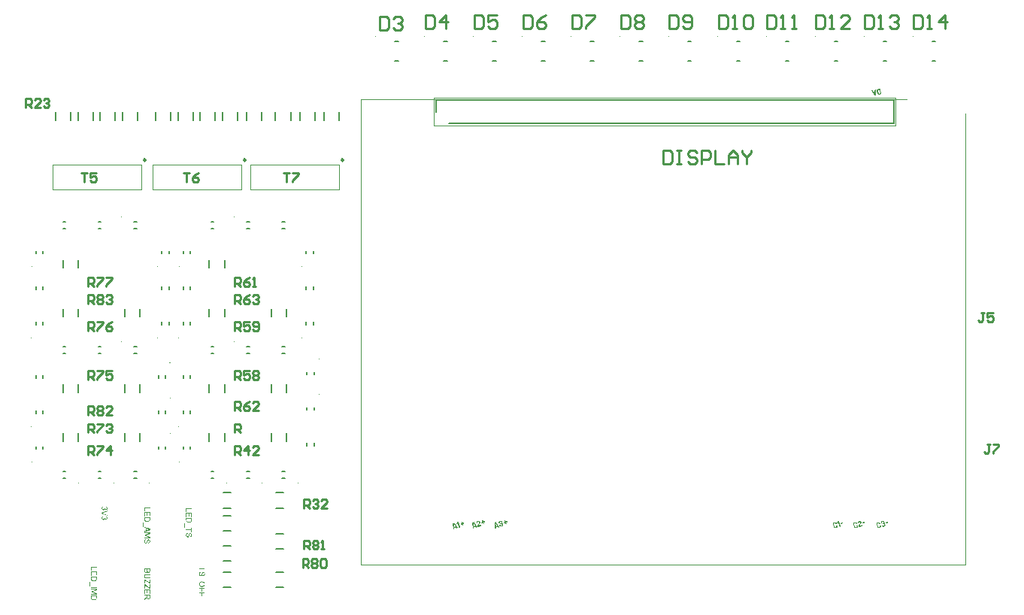
<source format=gto>
G04*
G04 #@! TF.GenerationSoftware,Altium Limited,Altium Designer,19.1.7 (138)*
G04*
G04 Layer_Color=65535*
%FSLAX44Y44*%
%MOMM*%
G71*
G01*
G75*
%ADD10C,0.1000*%
%ADD11C,0.2500*%
%ADD12C,0.0500*%
%ADD13C,0.2000*%
%ADD14C,0.2540*%
G36*
X480408Y287938D02*
X479657D01*
Y290045D01*
X474000D01*
Y290893D01*
X479657D01*
Y293000D01*
X480408D01*
Y287938D01*
D02*
G37*
G36*
X476126Y286543D02*
X476116D01*
X476107D01*
X476048Y286533D01*
X475961Y286514D01*
X475843Y286494D01*
X475717Y286455D01*
X475580Y286416D01*
X475453Y286358D01*
X475326Y286290D01*
X475317Y286280D01*
X475278Y286250D01*
X475219Y286202D01*
X475151Y286124D01*
X475073Y286036D01*
X474985Y285929D01*
X474907Y285792D01*
X474829Y285646D01*
Y285636D01*
X474819Y285626D01*
X474800Y285568D01*
X474771Y285480D01*
X474741Y285353D01*
X474702Y285217D01*
X474673Y285041D01*
X474654Y284856D01*
X474644Y284661D01*
Y284583D01*
X474654Y284485D01*
X474663Y284378D01*
X474673Y284241D01*
X474702Y284105D01*
X474731Y283958D01*
X474780Y283812D01*
X474790Y283793D01*
X474809Y283754D01*
X474839Y283685D01*
X474888Y283607D01*
X474946Y283510D01*
X475014Y283422D01*
X475092Y283334D01*
X475180Y283256D01*
X475190Y283246D01*
X475229Y283227D01*
X475278Y283198D01*
X475346Y283159D01*
X475424Y283129D01*
X475522Y283100D01*
X475619Y283081D01*
X475726Y283071D01*
X475736D01*
X475775D01*
X475834Y283081D01*
X475902Y283090D01*
X475990Y283110D01*
X476077Y283149D01*
X476165Y283188D01*
X476253Y283246D01*
X476263Y283256D01*
X476292Y283276D01*
X476331Y283324D01*
X476390Y283383D01*
X476448Y283461D01*
X476507Y283559D01*
X476575Y283685D01*
X476633Y283822D01*
X476643Y283832D01*
X476653Y283871D01*
X476673Y283949D01*
X476692Y283997D01*
X476712Y284056D01*
X476731Y284134D01*
X476750Y284212D01*
X476780Y284310D01*
X476809Y284407D01*
X476838Y284524D01*
X476868Y284661D01*
X476907Y284807D01*
X476946Y284963D01*
Y284973D01*
X476955Y285002D01*
X476965Y285051D01*
X476985Y285109D01*
X477004Y285178D01*
X477024Y285256D01*
X477072Y285441D01*
X477141Y285646D01*
X477209Y285851D01*
X477277Y286036D01*
X477307Y286124D01*
X477346Y286192D01*
Y286202D01*
X477355Y286211D01*
X477394Y286270D01*
X477443Y286348D01*
X477511Y286446D01*
X477599Y286563D01*
X477697Y286670D01*
X477814Y286777D01*
X477940Y286875D01*
X477960Y286884D01*
X478009Y286914D01*
X478077Y286943D01*
X478175Y286982D01*
X478292Y287031D01*
X478428Y287060D01*
X478584Y287089D01*
X478740Y287099D01*
X478750D01*
X478760D01*
X478789D01*
X478828D01*
X478916Y287080D01*
X479033Y287060D01*
X479179Y287031D01*
X479325Y286982D01*
X479491Y286914D01*
X479647Y286826D01*
X479657D01*
X479667Y286816D01*
X479716Y286777D01*
X479794Y286709D01*
X479891Y286621D01*
X479989Y286514D01*
X480096Y286377D01*
X480203Y286211D01*
X480291Y286026D01*
Y286016D01*
X480301Y286007D01*
X480311Y285977D01*
X480330Y285929D01*
X480340Y285880D01*
X480359Y285821D01*
X480408Y285685D01*
X480447Y285509D01*
X480476Y285314D01*
X480506Y285090D01*
X480515Y284856D01*
Y284739D01*
X480506Y284670D01*
Y284602D01*
X480486Y284436D01*
X480457Y284241D01*
X480418Y284027D01*
X480359Y283812D01*
X480281Y283607D01*
Y283598D01*
X480272Y283588D01*
X480262Y283559D01*
X480242Y283519D01*
X480184Y283422D01*
X480116Y283295D01*
X480018Y283159D01*
X479901Y283022D01*
X479764Y282885D01*
X479608Y282768D01*
X479589Y282759D01*
X479530Y282720D01*
X479433Y282671D01*
X479316Y282622D01*
X479169Y282564D01*
X478994Y282505D01*
X478809Y282466D01*
X478604Y282447D01*
X478545Y283256D01*
X478555D01*
X478574D01*
X478604Y283266D01*
X478643Y283276D01*
X478750Y283295D01*
X478886Y283334D01*
X479033Y283393D01*
X479179Y283471D01*
X479325Y283578D01*
X479452Y283705D01*
X479462Y283724D01*
X479501Y283773D01*
X479550Y283861D01*
X479608Y283978D01*
X479667Y284134D01*
X479716Y284329D01*
X479755Y284553D01*
X479764Y284817D01*
Y284944D01*
X479755Y285002D01*
Y285080D01*
X479725Y285246D01*
X479696Y285431D01*
X479647Y285616D01*
X479579Y285792D01*
X479530Y285870D01*
X479482Y285938D01*
X479472Y285948D01*
X479433Y285987D01*
X479374Y286046D01*
X479286Y286104D01*
X479189Y286173D01*
X479072Y286221D01*
X478945Y286260D01*
X478799Y286280D01*
X478779D01*
X478740D01*
X478672Y286270D01*
X478594Y286250D01*
X478506Y286221D01*
X478409Y286173D01*
X478321Y286114D01*
X478233Y286036D01*
X478223Y286026D01*
X478194Y285977D01*
X478175Y285948D01*
X478145Y285909D01*
X478126Y285851D01*
X478097Y285782D01*
X478058Y285704D01*
X478018Y285616D01*
X477989Y285519D01*
X477950Y285402D01*
X477901Y285265D01*
X477862Y285119D01*
X477823Y284953D01*
X477775Y284768D01*
Y284758D01*
X477765Y284719D01*
X477755Y284670D01*
X477736Y284602D01*
X477716Y284514D01*
X477687Y284417D01*
X477638Y284202D01*
X477570Y283968D01*
X477501Y283734D01*
X477472Y283617D01*
X477433Y283519D01*
X477394Y283422D01*
X477365Y283344D01*
Y283334D01*
X477355Y283315D01*
X477336Y283295D01*
X477316Y283256D01*
X477258Y283159D01*
X477189Y283032D01*
X477092Y282895D01*
X476975Y282759D01*
X476848Y282632D01*
X476712Y282525D01*
X476692Y282515D01*
X476643Y282486D01*
X476565Y282437D01*
X476448Y282388D01*
X476321Y282339D01*
X476165Y282290D01*
X475990Y282261D01*
X475804Y282251D01*
X475795D01*
X475785D01*
X475756D01*
X475717D01*
X475619Y282271D01*
X475492Y282290D01*
X475346Y282320D01*
X475180Y282378D01*
X475005Y282447D01*
X474839Y282544D01*
X474819Y282554D01*
X474761Y282603D01*
X474683Y282661D01*
X474585Y282759D01*
X474468Y282876D01*
X474351Y283022D01*
X474244Y283198D01*
X474137Y283393D01*
Y283403D01*
X474127Y283422D01*
X474117Y283451D01*
X474098Y283490D01*
X474078Y283539D01*
X474058Y283598D01*
X474020Y283754D01*
X473971Y283929D01*
X473932Y284144D01*
X473903Y284368D01*
X473893Y284622D01*
Y284768D01*
X473903Y284836D01*
Y284924D01*
X473912Y285022D01*
X473922Y285129D01*
X473951Y285353D01*
X474000Y285597D01*
X474058Y285841D01*
X474137Y286075D01*
Y286085D01*
X474146Y286104D01*
X474166Y286133D01*
X474185Y286173D01*
X474244Y286280D01*
X474332Y286407D01*
X474439Y286563D01*
X474566Y286709D01*
X474722Y286865D01*
X474897Y287001D01*
X474907D01*
X474917Y287011D01*
X474946Y287031D01*
X474985Y287050D01*
X475034Y287080D01*
X475092Y287109D01*
X475239Y287167D01*
X475405Y287226D01*
X475609Y287284D01*
X475824Y287323D01*
X476058Y287343D01*
X476126Y286543D01*
D02*
G37*
G36*
X472790Y276712D02*
X472225D01*
Y281920D01*
X472790D01*
Y276712D01*
D02*
G37*
G36*
X477267Y276370D02*
X477375D01*
X477511Y276351D01*
X477667Y276331D01*
X477833Y276312D01*
X478028Y276273D01*
X478223Y276224D01*
X478428Y276175D01*
X478633Y276107D01*
X478838Y276019D01*
X479043Y275921D01*
X479247Y275814D01*
X479433Y275678D01*
X479608Y275531D01*
X479618Y275522D01*
X479647Y275492D01*
X479696Y275443D01*
X479755Y275375D01*
X479823Y275287D01*
X479891Y275190D01*
X479979Y275073D01*
X480067Y274936D01*
X480145Y274780D01*
X480233Y274615D01*
X480301Y274429D01*
X480379Y274234D01*
X480428Y274029D01*
X480476Y273805D01*
X480506Y273561D01*
X480515Y273317D01*
Y273230D01*
X480506Y273171D01*
Y273093D01*
X480496Y272995D01*
X480476Y272898D01*
X480467Y272781D01*
X480408Y272537D01*
X480330Y272264D01*
X480233Y271991D01*
X480164Y271854D01*
X480086Y271718D01*
Y271708D01*
X480067Y271688D01*
X480047Y271649D01*
X480008Y271601D01*
X479969Y271542D01*
X479911Y271474D01*
X479784Y271318D01*
X479618Y271142D01*
X479413Y270957D01*
X479179Y270791D01*
X478906Y270635D01*
X478896D01*
X478867Y270616D01*
X478828Y270596D01*
X478769Y270576D01*
X478701Y270547D01*
X478613Y270518D01*
X478516Y270479D01*
X478409Y270440D01*
X478282Y270411D01*
X478155Y270372D01*
X477862Y270313D01*
X477541Y270274D01*
X477189Y270255D01*
X477180D01*
X477150D01*
X477092D01*
X477024Y270264D01*
X476936D01*
X476838Y270274D01*
X476731Y270284D01*
X476604Y270303D01*
X476331Y270352D01*
X476039Y270420D01*
X475736Y270518D01*
X475443Y270655D01*
X475434D01*
X475414Y270674D01*
X475375Y270693D01*
X475317Y270723D01*
X475258Y270772D01*
X475180Y270820D01*
X475014Y270937D01*
X474829Y271093D01*
X474634Y271289D01*
X474449Y271513D01*
X474283Y271766D01*
Y271776D01*
X474263Y271796D01*
X474244Y271835D01*
X474224Y271893D01*
X474195Y271961D01*
X474156Y272040D01*
X474127Y272127D01*
X474088Y272235D01*
X474020Y272459D01*
X473951Y272722D01*
X473912Y273015D01*
X473893Y273317D01*
Y273405D01*
X473903Y273473D01*
Y273551D01*
X473912Y273639D01*
X473932Y273746D01*
X473951Y273863D01*
X474000Y274107D01*
X474078Y274380D01*
X474185Y274663D01*
X474244Y274800D01*
X474322Y274936D01*
X474332Y274946D01*
X474341Y274966D01*
X474371Y275005D01*
X474400Y275053D01*
X474449Y275112D01*
X474497Y275180D01*
X474634Y275336D01*
X474809Y275512D01*
X475005Y275697D01*
X475248Y275863D01*
X475512Y276019D01*
X475522D01*
X475551Y276038D01*
X475590Y276048D01*
X475648Y276077D01*
X475717Y276107D01*
X475795Y276136D01*
X475892Y276165D01*
X475999Y276194D01*
X476116Y276234D01*
X476234Y276263D01*
X476507Y276321D01*
X476799Y276360D01*
X477111Y276380D01*
X477131D01*
X477180D01*
X477267Y276370D01*
D02*
G37*
G36*
X480408Y264802D02*
X479657D01*
Y268275D01*
X477658D01*
Y265271D01*
X476907D01*
Y268275D01*
X474000D01*
Y269123D01*
X480408D01*
Y264802D01*
D02*
G37*
G36*
Y259340D02*
X479657D01*
Y262813D01*
X477658D01*
Y259809D01*
X476907D01*
Y262813D01*
X474000D01*
Y263661D01*
X480408D01*
Y259340D01*
D02*
G37*
G36*
X1236111Y830380D02*
X1236146Y830357D01*
X1236199Y830323D01*
X1236226Y830268D01*
X1236227Y830192D01*
X1235944Y823920D01*
X1235947Y823906D01*
X1235936Y823888D01*
X1235922Y823809D01*
X1235865Y823721D01*
X1235810Y823694D01*
X1235755Y823668D01*
X1234417Y823384D01*
X1234338Y823398D01*
X1234239Y823438D01*
X1234201Y823475D01*
X1234156Y823542D01*
X1231357Y829162D01*
X1231354Y829176D01*
X1231348Y829205D01*
X1231332Y829278D01*
X1231352Y829328D01*
X1231372Y829377D01*
X1231427Y829404D01*
X1231511Y829437D01*
X1232471Y829640D01*
X1232550Y829626D01*
X1232599Y829607D01*
X1232649Y829587D01*
X1232691Y829535D01*
X1232735Y829468D01*
X1234801Y824802D01*
X1234844Y824811D01*
X1234857Y829917D01*
X1234854Y829932D01*
X1234866Y829949D01*
X1234876Y830043D01*
X1234934Y830131D01*
X1234989Y830158D01*
X1235044Y830185D01*
X1236018Y830391D01*
X1236111Y830380D01*
D02*
G37*
G36*
X1239941Y831160D02*
X1240139Y831156D01*
X1240358Y831127D01*
X1240568Y831065D01*
X1240773Y830957D01*
X1240791Y830945D01*
X1240862Y830899D01*
X1240956Y830813D01*
X1241056Y830697D01*
X1241180Y830541D01*
X1241281Y830350D01*
X1241392Y830115D01*
X1241465Y829842D01*
X1242129Y826702D01*
X1242132Y826688D01*
X1242135Y826673D01*
X1242145Y826629D01*
X1242157Y826571D01*
X1242156Y826434D01*
X1242163Y826254D01*
X1242160Y826056D01*
X1242116Y825834D01*
X1242054Y825623D01*
X1241945Y825418D01*
X1241934Y825400D01*
X1241885Y825344D01*
X1241799Y825250D01*
X1241683Y825150D01*
X1241527Y825026D01*
X1241336Y824924D01*
X1241116Y824817D01*
X1240843Y824744D01*
X1239709Y824504D01*
X1239557Y824502D01*
X1239377Y824495D01*
X1239178Y824498D01*
X1238959Y824528D01*
X1238749Y824590D01*
X1238547Y824684D01*
X1238529Y824695D01*
X1238473Y824744D01*
X1238379Y824830D01*
X1238279Y824946D01*
X1238155Y825102D01*
X1238053Y825293D01*
X1237943Y825528D01*
X1237870Y825801D01*
X1237206Y828941D01*
X1237202Y828956D01*
X1237199Y828970D01*
X1237190Y829014D01*
X1237178Y829072D01*
X1237176Y829223D01*
X1237168Y829404D01*
X1237172Y829602D01*
X1237202Y829821D01*
X1237263Y830032D01*
X1237372Y830237D01*
X1237383Y830254D01*
X1237429Y830325D01*
X1237518Y830405D01*
X1237631Y830519D01*
X1237790Y830629D01*
X1237978Y830745D01*
X1238216Y830841D01*
X1238489Y830914D01*
X1239623Y831154D01*
X1239757Y831167D01*
X1239941Y831160D01*
D02*
G37*
G36*
X1249136Y343282D02*
X1249187Y343267D01*
X1249224Y343247D01*
X1249256Y343195D01*
X1249292Y343128D01*
X1249467Y342560D01*
X1249471Y342546D01*
X1249476Y342532D01*
X1249469Y342452D01*
X1249434Y342364D01*
X1249396Y342336D01*
X1249329Y342300D01*
X1247455Y341723D01*
X1247375Y341730D01*
X1247287Y341765D01*
X1247259Y341803D01*
X1247223Y341870D01*
X1247048Y342438D01*
X1247044Y342452D01*
X1247040Y342466D01*
X1247042Y342560D01*
X1247077Y342649D01*
X1247115Y342676D01*
X1247182Y342712D01*
X1249056Y343289D01*
X1249136Y343282D01*
D02*
G37*
G36*
X1239685Y343126D02*
X1239915Y343088D01*
X1240129Y342998D01*
X1240147Y342988D01*
X1240221Y342949D01*
X1240323Y342872D01*
X1240434Y342766D01*
X1240571Y342621D01*
X1240689Y342440D01*
X1240820Y342216D01*
X1240918Y341951D01*
X1241057Y341496D01*
X1241062Y341482D01*
X1241066Y341468D01*
X1241059Y341388D01*
X1241044Y341337D01*
X1241029Y341285D01*
X1240976Y341254D01*
X1240910Y341217D01*
X1240072Y340960D01*
X1239992Y340966D01*
X1239941Y340982D01*
X1239889Y340997D01*
X1239858Y341049D01*
X1239822Y341116D01*
X1239699Y341514D01*
X1239695Y341528D01*
X1239682Y341570D01*
X1239669Y341613D01*
X1239633Y341680D01*
X1239546Y341809D01*
X1239496Y341871D01*
X1239436Y341914D01*
X1239399Y341934D01*
X1239366Y341940D01*
X1239315Y341955D01*
X1239249Y341966D01*
X1239160Y341954D01*
X1239066Y341956D01*
X1238185Y341685D01*
X1238119Y341649D01*
X1238004Y341567D01*
X1237946Y341503D01*
X1237902Y341443D01*
X1237897Y341410D01*
X1237877Y341373D01*
X1237876Y341326D01*
X1237865Y341260D01*
X1237863Y341166D01*
X1237875Y341077D01*
X1237910Y340963D01*
X1238819Y338009D01*
X1238823Y337995D01*
X1238836Y337952D01*
X1238864Y337914D01*
X1238885Y337843D01*
X1238972Y337714D01*
X1239022Y337652D01*
X1239082Y337608D01*
X1239115Y337603D01*
X1239199Y337582D01*
X1239265Y337571D01*
X1239344Y337564D01*
X1239448Y337581D01*
X1240272Y337834D01*
X1240310Y337862D01*
X1240381Y337883D01*
X1240510Y337970D01*
X1240572Y338020D01*
X1240616Y338080D01*
X1240621Y338113D01*
X1240641Y338150D01*
X1240656Y338201D01*
X1240649Y338277D01*
X1240655Y338356D01*
X1240643Y338446D01*
X1240608Y338560D01*
X1240486Y338957D01*
X1240482Y338971D01*
X1240477Y338986D01*
X1240479Y339080D01*
X1240499Y339117D01*
X1240514Y339168D01*
X1240567Y339200D01*
X1240633Y339236D01*
X1241471Y339494D01*
X1241565Y339491D01*
X1241602Y339472D01*
X1241654Y339456D01*
X1241685Y339404D01*
X1241721Y339337D01*
X1241861Y338883D01*
X1241866Y338869D01*
X1241870Y338854D01*
X1241883Y338812D01*
X1241901Y338755D01*
X1241912Y338619D01*
X1241936Y338439D01*
X1241950Y338242D01*
X1241926Y338017D01*
X1241883Y337801D01*
X1241794Y337587D01*
X1241784Y337569D01*
X1241740Y337509D01*
X1241663Y337407D01*
X1241542Y337292D01*
X1241412Y337159D01*
X1241217Y337037D01*
X1241007Y336910D01*
X1240742Y336813D01*
X1239563Y336450D01*
X1239412Y336435D01*
X1239233Y336411D01*
X1239035Y336396D01*
X1238814Y336406D01*
X1238585Y336445D01*
X1238375Y336520D01*
X1238357Y336530D01*
X1238297Y336573D01*
X1238195Y336651D01*
X1238085Y336757D01*
X1237947Y336901D01*
X1237829Y337083D01*
X1237698Y337307D01*
X1237601Y337572D01*
X1236657Y340640D01*
X1236653Y340654D01*
X1236648Y340668D01*
X1236635Y340711D01*
X1236618Y340767D01*
X1236602Y340918D01*
X1236578Y341097D01*
X1236564Y341295D01*
X1236574Y341516D01*
X1236616Y341731D01*
X1236706Y341945D01*
X1236716Y341964D01*
X1236769Y342042D01*
X1236837Y342125D01*
X1236953Y342254D01*
X1237102Y342378D01*
X1237279Y342510D01*
X1237507Y342627D01*
X1237772Y342724D01*
X1238951Y343087D01*
X1239083Y343112D01*
X1239267Y343122D01*
X1239479Y343140D01*
X1239685Y343126D01*
D02*
G37*
G36*
X1244542Y344621D02*
X1244757Y344578D01*
X1244972Y344488D01*
X1244990Y344478D01*
X1245064Y344439D01*
X1245166Y344362D01*
X1245276Y344256D01*
X1245414Y344112D01*
X1245532Y343930D01*
X1245659Y343720D01*
X1245756Y343455D01*
X1245904Y342972D01*
X1245909Y342958D01*
X1245913Y342944D01*
X1245926Y342901D01*
X1245930Y342840D01*
X1245945Y342689D01*
X1245941Y342501D01*
X1245908Y342304D01*
X1245823Y342076D01*
X1245759Y341979D01*
X1245686Y341863D01*
X1245590Y341771D01*
X1245465Y341671D01*
X1245480Y341675D01*
X1245498Y341665D01*
X1245592Y341663D01*
X1245737Y341646D01*
X1245906Y341604D01*
X1246091Y341506D01*
X1246276Y341361D01*
X1246354Y341260D01*
X1246435Y341145D01*
X1246493Y341008D01*
X1246556Y340856D01*
X1246709Y340359D01*
X1246713Y340345D01*
X1246717Y340331D01*
X1246730Y340288D01*
X1246748Y340231D01*
X1246759Y340094D01*
X1246783Y339915D01*
X1246797Y339718D01*
X1246773Y339492D01*
X1246730Y339277D01*
X1246641Y339063D01*
X1246631Y339045D01*
X1246587Y338985D01*
X1246510Y338883D01*
X1246404Y338773D01*
X1246255Y338649D01*
X1246078Y338517D01*
X1245850Y338400D01*
X1245584Y338303D01*
X1244590Y337997D01*
X1244454Y337986D01*
X1244275Y337962D01*
X1244063Y337943D01*
X1243856Y337958D01*
X1243627Y337996D01*
X1243417Y338071D01*
X1243398Y338081D01*
X1243338Y338125D01*
X1243237Y338202D01*
X1243126Y338308D01*
X1242989Y338452D01*
X1242871Y338634D01*
X1242744Y338844D01*
X1242647Y339109D01*
X1242564Y339379D01*
X1242559Y339393D01*
X1242555Y339407D01*
X1242557Y339501D01*
X1242592Y339590D01*
X1242630Y339617D01*
X1242697Y339653D01*
X1243549Y339915D01*
X1243643Y339913D01*
X1243680Y339893D01*
X1243732Y339878D01*
X1243763Y339826D01*
X1243799Y339759D01*
X1243874Y339518D01*
X1243878Y339504D01*
X1243891Y339461D01*
X1243904Y339418D01*
X1243940Y339352D01*
X1244012Y339218D01*
X1244063Y339156D01*
X1244123Y339112D01*
X1244156Y339107D01*
X1244193Y339087D01*
X1244240Y339086D01*
X1244319Y339080D01*
X1244399Y339073D01*
X1244489Y339085D01*
X1245128Y339282D01*
X1245180Y339313D01*
X1245237Y339331D01*
X1245380Y339422D01*
X1245442Y339472D01*
X1245486Y339532D01*
X1245506Y339569D01*
X1245511Y339602D01*
X1245527Y339653D01*
X1245533Y339733D01*
X1245525Y339808D01*
X1245528Y339902D01*
X1245493Y340016D01*
X1245349Y340485D01*
X1245344Y340499D01*
X1245335Y340527D01*
X1245318Y340584D01*
X1245282Y340651D01*
X1245195Y340779D01*
X1245135Y340823D01*
X1245075Y340867D01*
X1245038Y340886D01*
X1245005Y340892D01*
X1244940Y340903D01*
X1244874Y340914D01*
X1244785Y340902D01*
X1244691Y340904D01*
X1244052Y340707D01*
X1243972Y340714D01*
X1243884Y340749D01*
X1243856Y340787D01*
X1243820Y340854D01*
X1243641Y341436D01*
X1243637Y341450D01*
X1243632Y341464D01*
X1243634Y341558D01*
X1243669Y341647D01*
X1243708Y341674D01*
X1243774Y341710D01*
X1244328Y341881D01*
X1244380Y341912D01*
X1244437Y341930D01*
X1244581Y342020D01*
X1244643Y342071D01*
X1244686Y342131D01*
X1244706Y342168D01*
X1244712Y342201D01*
X1244727Y342252D01*
X1244733Y342332D01*
X1244726Y342407D01*
X1244728Y342501D01*
X1244693Y342615D01*
X1244553Y343069D01*
X1244549Y343083D01*
X1244540Y343112D01*
X1244523Y343169D01*
X1244486Y343235D01*
X1244400Y343364D01*
X1244340Y343408D01*
X1244280Y343452D01*
X1244247Y343457D01*
X1244210Y343477D01*
X1244145Y343488D01*
X1244083Y343484D01*
X1243989Y343487D01*
X1243900Y343475D01*
X1243218Y343265D01*
X1243151Y343229D01*
X1243023Y343142D01*
X1242960Y343092D01*
X1242917Y343032D01*
X1242911Y342999D01*
X1242890Y342915D01*
X1242894Y342854D01*
X1242887Y342774D01*
X1242904Y342671D01*
X1242934Y342571D01*
X1243008Y342330D01*
X1243013Y342315D01*
X1243017Y342301D01*
X1243011Y342221D01*
X1242995Y342170D01*
X1242980Y342119D01*
X1242928Y342087D01*
X1242861Y342051D01*
X1242009Y341789D01*
X1241929Y341795D01*
X1241878Y341811D01*
X1241841Y341830D01*
X1241809Y341883D01*
X1241773Y341950D01*
X1241694Y342205D01*
X1241690Y342219D01*
X1241685Y342234D01*
X1241672Y342276D01*
X1241655Y342333D01*
X1241644Y342469D01*
X1241620Y342649D01*
X1241606Y342846D01*
X1241616Y343067D01*
X1241658Y343282D01*
X1241748Y343496D01*
X1241758Y343515D01*
X1241811Y343594D01*
X1241879Y343677D01*
X1241995Y343806D01*
X1242129Y343925D01*
X1242320Y344061D01*
X1242534Y344174D01*
X1242800Y344271D01*
X1243794Y344577D01*
X1243940Y344606D01*
X1244124Y344616D01*
X1244322Y344630D01*
X1244542Y344621D01*
D02*
G37*
G36*
X1222994Y343239D02*
X1223045Y343223D01*
X1223083Y343204D01*
X1223114Y343151D01*
X1223150Y343084D01*
X1223325Y342517D01*
X1223329Y342502D01*
X1223334Y342488D01*
X1223327Y342408D01*
X1223292Y342320D01*
X1223254Y342293D01*
X1223187Y342257D01*
X1221313Y341680D01*
X1221233Y341686D01*
X1221144Y341721D01*
X1221117Y341759D01*
X1221081Y341826D01*
X1220906Y342394D01*
X1220902Y342408D01*
X1220898Y342422D01*
X1220900Y342517D01*
X1220935Y342605D01*
X1220973Y342632D01*
X1221040Y342668D01*
X1222914Y343245D01*
X1222994Y343239D01*
D02*
G37*
G36*
X1213685Y343126D02*
X1213915Y343088D01*
X1214129Y342998D01*
X1214147Y342988D01*
X1214221Y342949D01*
X1214323Y342872D01*
X1214434Y342766D01*
X1214571Y342621D01*
X1214689Y342440D01*
X1214820Y342216D01*
X1214918Y341951D01*
X1215057Y341496D01*
X1215062Y341482D01*
X1215066Y341468D01*
X1215060Y341388D01*
X1215044Y341337D01*
X1215029Y341285D01*
X1214976Y341254D01*
X1214910Y341217D01*
X1214072Y340960D01*
X1213992Y340966D01*
X1213941Y340982D01*
X1213889Y340997D01*
X1213858Y341049D01*
X1213822Y341116D01*
X1213699Y341514D01*
X1213695Y341528D01*
X1213682Y341570D01*
X1213669Y341613D01*
X1213633Y341680D01*
X1213546Y341809D01*
X1213496Y341871D01*
X1213436Y341914D01*
X1213399Y341934D01*
X1213366Y341940D01*
X1213315Y341955D01*
X1213249Y341966D01*
X1213160Y341954D01*
X1213066Y341956D01*
X1212185Y341685D01*
X1212119Y341649D01*
X1212004Y341567D01*
X1211946Y341503D01*
X1211902Y341443D01*
X1211897Y341410D01*
X1211877Y341373D01*
X1211876Y341326D01*
X1211865Y341260D01*
X1211863Y341166D01*
X1211875Y341077D01*
X1211910Y340963D01*
X1212819Y338009D01*
X1212823Y337995D01*
X1212836Y337952D01*
X1212864Y337914D01*
X1212886Y337843D01*
X1212972Y337714D01*
X1213022Y337652D01*
X1213082Y337608D01*
X1213115Y337603D01*
X1213199Y337582D01*
X1213265Y337571D01*
X1213344Y337564D01*
X1213448Y337581D01*
X1214272Y337834D01*
X1214310Y337862D01*
X1214381Y337883D01*
X1214510Y337970D01*
X1214572Y338020D01*
X1214616Y338080D01*
X1214621Y338113D01*
X1214641Y338150D01*
X1214656Y338201D01*
X1214649Y338277D01*
X1214655Y338356D01*
X1214643Y338446D01*
X1214608Y338560D01*
X1214486Y338957D01*
X1214482Y338971D01*
X1214477Y338986D01*
X1214479Y339080D01*
X1214499Y339117D01*
X1214514Y339168D01*
X1214567Y339200D01*
X1214633Y339236D01*
X1215471Y339494D01*
X1215565Y339491D01*
X1215602Y339472D01*
X1215654Y339456D01*
X1215686Y339404D01*
X1215722Y339337D01*
X1215861Y338883D01*
X1215866Y338869D01*
X1215870Y338854D01*
X1215883Y338812D01*
X1215901Y338755D01*
X1215912Y338619D01*
X1215936Y338439D01*
X1215950Y338242D01*
X1215926Y338017D01*
X1215883Y337801D01*
X1215794Y337587D01*
X1215784Y337569D01*
X1215740Y337509D01*
X1215663Y337407D01*
X1215542Y337292D01*
X1215412Y337159D01*
X1215217Y337037D01*
X1215007Y336910D01*
X1214742Y336813D01*
X1213563Y336450D01*
X1213412Y336435D01*
X1213233Y336411D01*
X1213035Y336396D01*
X1212814Y336406D01*
X1212585Y336445D01*
X1212375Y336520D01*
X1212357Y336530D01*
X1212297Y336573D01*
X1212195Y336651D01*
X1212085Y336757D01*
X1211947Y336901D01*
X1211829Y337083D01*
X1211698Y337307D01*
X1211601Y337572D01*
X1210657Y340640D01*
X1210652Y340654D01*
X1210648Y340668D01*
X1210635Y340711D01*
X1210618Y340767D01*
X1210602Y340918D01*
X1210578Y341097D01*
X1210564Y341295D01*
X1210574Y341516D01*
X1210617Y341731D01*
X1210706Y341945D01*
X1210716Y341964D01*
X1210769Y342042D01*
X1210837Y342125D01*
X1210953Y342254D01*
X1211102Y342378D01*
X1211279Y342510D01*
X1211507Y342627D01*
X1211772Y342724D01*
X1212951Y343087D01*
X1213083Y343112D01*
X1213267Y343122D01*
X1213479Y343140D01*
X1213685Y343126D01*
D02*
G37*
G36*
X1218471Y344599D02*
X1218686Y344556D01*
X1218901Y344467D01*
X1218919Y344457D01*
X1218993Y344417D01*
X1219095Y344340D01*
X1219205Y344234D01*
X1219343Y344090D01*
X1219461Y343908D01*
X1219588Y343699D01*
X1219685Y343433D01*
X1219803Y343050D01*
X1219807Y343035D01*
X1219812Y343021D01*
X1219825Y342979D01*
X1219828Y342917D01*
X1219857Y342771D01*
X1219867Y342588D01*
X1219857Y342367D01*
X1219824Y342123D01*
X1219743Y341881D01*
X1219605Y341621D01*
X1218268Y339499D01*
X1218258Y339481D01*
X1218233Y339411D01*
X1218212Y339327D01*
X1218224Y339237D01*
X1218272Y339081D01*
X1220616Y339802D01*
X1220695Y339795D01*
X1220784Y339760D01*
X1220811Y339722D01*
X1220847Y339655D01*
X1221057Y338974D01*
X1221061Y338959D01*
X1221066Y338945D01*
X1221059Y338866D01*
X1221024Y338777D01*
X1220986Y338750D01*
X1220919Y338714D01*
X1217397Y337630D01*
X1217318Y337636D01*
X1217229Y337671D01*
X1217202Y337710D01*
X1217166Y337776D01*
X1216882Y338699D01*
X1216873Y338728D01*
X1216865Y338803D01*
X1216849Y338907D01*
X1216838Y339044D01*
X1216851Y339203D01*
X1216888Y339385D01*
X1216954Y339577D01*
X1217062Y339781D01*
X1218384Y341851D01*
X1218394Y341870D01*
X1218437Y341930D01*
X1218486Y342023D01*
X1218527Y342144D01*
X1218577Y342284D01*
X1218595Y342429D01*
X1218608Y342589D01*
X1218574Y342749D01*
X1218482Y343047D01*
X1218478Y343062D01*
X1218469Y343090D01*
X1218452Y343147D01*
X1218416Y343213D01*
X1218329Y343342D01*
X1218269Y343386D01*
X1218209Y343430D01*
X1218176Y343435D01*
X1218139Y343455D01*
X1218088Y343470D01*
X1218012Y343462D01*
X1217933Y343469D01*
X1217829Y343453D01*
X1217275Y343282D01*
X1217208Y343246D01*
X1217079Y343160D01*
X1217017Y343110D01*
X1216973Y343050D01*
X1216968Y343017D01*
X1216947Y342933D01*
X1216951Y342872D01*
X1216944Y342792D01*
X1216960Y342688D01*
X1216991Y342589D01*
X1217087Y342276D01*
X1217091Y342262D01*
X1217096Y342248D01*
X1217089Y342168D01*
X1217074Y342117D01*
X1217059Y342065D01*
X1217006Y342034D01*
X1216940Y341997D01*
X1216087Y341735D01*
X1216008Y341742D01*
X1215956Y341757D01*
X1215919Y341777D01*
X1215888Y341829D01*
X1215852Y341896D01*
X1215751Y342223D01*
X1215747Y342237D01*
X1215742Y342251D01*
X1215729Y342294D01*
X1215712Y342350D01*
X1215701Y342487D01*
X1215677Y342666D01*
X1215663Y342864D01*
X1215672Y343084D01*
X1215715Y343300D01*
X1215805Y343514D01*
X1215814Y343532D01*
X1215868Y343611D01*
X1215936Y343694D01*
X1216051Y343823D01*
X1216200Y343946D01*
X1216377Y344079D01*
X1216605Y344196D01*
X1216871Y344293D01*
X1217723Y344555D01*
X1217869Y344585D01*
X1218053Y344594D01*
X1218251Y344608D01*
X1218471Y344599D01*
D02*
G37*
G36*
X1198446Y342762D02*
X1198497Y342747D01*
X1198534Y342727D01*
X1198566Y342675D01*
X1198602Y342608D01*
X1198777Y342040D01*
X1198781Y342026D01*
X1198786Y342012D01*
X1198779Y341932D01*
X1198744Y341843D01*
X1198706Y341816D01*
X1198639Y341780D01*
X1196765Y341203D01*
X1196685Y341210D01*
X1196596Y341245D01*
X1196569Y341283D01*
X1196533Y341350D01*
X1196358Y341918D01*
X1196354Y341932D01*
X1196350Y341946D01*
X1196352Y342040D01*
X1196387Y342129D01*
X1196425Y342156D01*
X1196492Y342192D01*
X1198366Y342769D01*
X1198446Y342762D01*
D02*
G37*
G36*
X1190685Y343126D02*
X1190915Y343088D01*
X1191129Y342998D01*
X1191147Y342988D01*
X1191221Y342949D01*
X1191323Y342872D01*
X1191433Y342766D01*
X1191571Y342621D01*
X1191689Y342440D01*
X1191820Y342216D01*
X1191917Y341951D01*
X1192057Y341496D01*
X1192062Y341482D01*
X1192066Y341468D01*
X1192059Y341388D01*
X1192044Y341337D01*
X1192029Y341285D01*
X1191976Y341254D01*
X1191910Y341217D01*
X1191072Y340960D01*
X1190992Y340966D01*
X1190941Y340982D01*
X1190889Y340997D01*
X1190858Y341049D01*
X1190822Y341116D01*
X1190699Y341514D01*
X1190695Y341528D01*
X1190682Y341570D01*
X1190669Y341613D01*
X1190633Y341680D01*
X1190546Y341809D01*
X1190496Y341871D01*
X1190436Y341914D01*
X1190399Y341934D01*
X1190366Y341940D01*
X1190315Y341955D01*
X1190249Y341966D01*
X1190160Y341954D01*
X1190066Y341956D01*
X1189185Y341685D01*
X1189119Y341649D01*
X1189004Y341567D01*
X1188946Y341503D01*
X1188902Y341443D01*
X1188897Y341410D01*
X1188877Y341373D01*
X1188876Y341326D01*
X1188865Y341260D01*
X1188863Y341166D01*
X1188875Y341077D01*
X1188910Y340963D01*
X1189819Y338009D01*
X1189823Y337995D01*
X1189836Y337952D01*
X1189864Y337914D01*
X1189885Y337843D01*
X1189972Y337714D01*
X1190022Y337652D01*
X1190082Y337608D01*
X1190115Y337603D01*
X1190199Y337582D01*
X1190265Y337571D01*
X1190344Y337564D01*
X1190448Y337581D01*
X1191272Y337834D01*
X1191310Y337862D01*
X1191381Y337883D01*
X1191510Y337970D01*
X1191572Y338020D01*
X1191616Y338080D01*
X1191621Y338113D01*
X1191641Y338150D01*
X1191656Y338201D01*
X1191649Y338277D01*
X1191655Y338356D01*
X1191643Y338446D01*
X1191608Y338560D01*
X1191486Y338957D01*
X1191482Y338971D01*
X1191477Y338986D01*
X1191479Y339080D01*
X1191499Y339117D01*
X1191514Y339168D01*
X1191567Y339200D01*
X1191633Y339236D01*
X1192471Y339494D01*
X1192565Y339491D01*
X1192602Y339472D01*
X1192654Y339456D01*
X1192685Y339404D01*
X1192721Y339337D01*
X1192861Y338883D01*
X1192866Y338869D01*
X1192870Y338854D01*
X1192883Y338812D01*
X1192901Y338755D01*
X1192912Y338619D01*
X1192936Y338439D01*
X1192950Y338242D01*
X1192926Y338017D01*
X1192883Y337801D01*
X1192794Y337587D01*
X1192784Y337569D01*
X1192740Y337509D01*
X1192663Y337407D01*
X1192542Y337292D01*
X1192412Y337159D01*
X1192217Y337037D01*
X1192007Y336910D01*
X1191742Y336813D01*
X1190563Y336450D01*
X1190412Y336435D01*
X1190233Y336411D01*
X1190035Y336396D01*
X1189815Y336406D01*
X1189585Y336445D01*
X1189375Y336520D01*
X1189357Y336530D01*
X1189297Y336573D01*
X1189195Y336651D01*
X1189085Y336757D01*
X1188947Y336901D01*
X1188829Y337083D01*
X1188698Y337307D01*
X1188601Y337572D01*
X1187657Y340640D01*
X1187653Y340654D01*
X1187648Y340668D01*
X1187635Y340711D01*
X1187617Y340767D01*
X1187602Y340918D01*
X1187578Y341097D01*
X1187564Y341295D01*
X1187574Y341516D01*
X1187616Y341731D01*
X1187706Y341945D01*
X1187716Y341964D01*
X1187769Y342042D01*
X1187837Y342125D01*
X1187953Y342254D01*
X1188102Y342378D01*
X1188279Y342510D01*
X1188507Y342627D01*
X1188772Y342724D01*
X1189951Y343087D01*
X1190083Y343112D01*
X1190267Y343122D01*
X1190479Y343140D01*
X1190685Y343126D01*
D02*
G37*
G36*
X1194362Y344413D02*
X1194414Y344398D01*
X1194451Y344378D01*
X1194482Y344326D01*
X1194519Y344259D01*
X1196310Y338436D01*
X1196315Y338422D01*
X1196328Y338379D01*
X1196331Y338318D01*
X1196316Y338267D01*
X1196301Y338262D01*
X1196292Y338244D01*
X1196253Y338217D01*
X1196187Y338181D01*
X1195320Y337914D01*
X1195241Y337920D01*
X1195138Y337951D01*
X1195111Y337989D01*
X1195075Y338056D01*
X1193624Y342771D01*
X1192853Y341943D01*
X1192838Y341939D01*
X1192829Y341920D01*
X1192715Y341885D01*
X1192664Y341900D01*
X1192636Y341939D01*
X1192605Y341991D01*
X1192360Y342786D01*
X1192355Y342800D01*
X1192351Y342815D01*
X1192344Y342890D01*
X1192360Y342988D01*
X1192423Y343086D01*
X1193148Y343915D01*
X1193162Y343919D01*
X1193181Y343956D01*
X1193253Y344025D01*
X1193354Y344103D01*
X1193473Y344170D01*
X1194283Y344420D01*
X1194362Y344413D01*
D02*
G37*
G36*
X818811Y345231D02*
X818863Y345216D01*
X818918Y345186D01*
X818950Y345134D01*
X818986Y345067D01*
X819397Y343732D01*
X820788Y344161D01*
X820854Y344150D01*
X820905Y344134D01*
X820924Y344125D01*
X820947Y344100D01*
X820974Y344062D01*
X821015Y343982D01*
X821181Y343442D01*
X821185Y343428D01*
X821189Y343413D01*
X821187Y343319D01*
X821172Y343268D01*
X821138Y343227D01*
X821090Y343181D01*
X821023Y343145D01*
X819703Y342738D01*
X820113Y341403D01*
X820118Y341389D01*
X820126Y341361D01*
X820120Y341281D01*
X820109Y341215D01*
X820075Y341174D01*
X820027Y341128D01*
X819960Y341092D01*
X819350Y340904D01*
X819256Y340906D01*
X819204Y340922D01*
X819163Y340955D01*
X819117Y341003D01*
X819077Y341084D01*
X818666Y342419D01*
X817317Y342004D01*
X817223Y342006D01*
X817171Y342022D01*
X817130Y342056D01*
X817084Y342104D01*
X817048Y342170D01*
X816882Y342710D01*
X816878Y342724D01*
X816860Y342781D01*
X816857Y342842D01*
X816872Y342893D01*
X816882Y342912D01*
X816906Y342935D01*
X816958Y342966D01*
X817039Y343007D01*
X818360Y343413D01*
X817949Y344748D01*
X817945Y344763D01*
X817936Y344791D01*
X817943Y344871D01*
X817958Y344922D01*
X817987Y344978D01*
X818040Y345009D01*
X818107Y345046D01*
X818731Y345238D01*
X818811Y345231D01*
D02*
G37*
G36*
X814096Y344791D02*
X814311Y344748D01*
X814525Y344659D01*
X814544Y344649D01*
X814618Y344610D01*
X814720Y344532D01*
X814830Y344426D01*
X814968Y344282D01*
X815086Y344100D01*
X815213Y343891D01*
X815310Y343625D01*
X815458Y343142D01*
X815463Y343128D01*
X815467Y343114D01*
X815480Y343071D01*
X815483Y343010D01*
X815499Y342859D01*
X815494Y342672D01*
X815462Y342475D01*
X815376Y342247D01*
X815313Y342149D01*
X815240Y342034D01*
X815144Y341942D01*
X815019Y341841D01*
X815033Y341846D01*
X815052Y341836D01*
X815146Y341834D01*
X815291Y341816D01*
X815460Y341775D01*
X815645Y341676D01*
X815830Y341531D01*
X815907Y341431D01*
X815989Y341316D01*
X816047Y341178D01*
X816109Y341026D01*
X816262Y340529D01*
X816267Y340515D01*
X816271Y340501D01*
X816284Y340458D01*
X816302Y340401D01*
X816313Y340265D01*
X816337Y340086D01*
X816351Y339888D01*
X816327Y339663D01*
X816284Y339448D01*
X816195Y339234D01*
X816185Y339215D01*
X816141Y339155D01*
X816064Y339053D01*
X815958Y338943D01*
X815809Y338820D01*
X815632Y338687D01*
X815404Y338571D01*
X815138Y338473D01*
X814144Y338167D01*
X814008Y338157D01*
X813828Y338132D01*
X813616Y338114D01*
X813410Y338128D01*
X813181Y338166D01*
X812971Y338242D01*
X812952Y338251D01*
X812892Y338295D01*
X812791Y338373D01*
X812680Y338479D01*
X812543Y338623D01*
X812425Y338804D01*
X812298Y339014D01*
X812201Y339280D01*
X812118Y339549D01*
X812113Y339564D01*
X812109Y339578D01*
X812111Y339672D01*
X812146Y339760D01*
X812184Y339787D01*
X812251Y339824D01*
X813103Y340086D01*
X813197Y340084D01*
X813234Y340064D01*
X813286Y340049D01*
X813317Y339996D01*
X813353Y339930D01*
X813428Y339688D01*
X813432Y339674D01*
X813445Y339631D01*
X813458Y339589D01*
X813494Y339522D01*
X813566Y339389D01*
X813616Y339327D01*
X813677Y339283D01*
X813709Y339277D01*
X813746Y339258D01*
X813793Y339257D01*
X813873Y339250D01*
X813953Y339244D01*
X814043Y339255D01*
X814682Y339452D01*
X814734Y339484D01*
X814791Y339501D01*
X814934Y339592D01*
X814996Y339642D01*
X815040Y339702D01*
X815060Y339739D01*
X815065Y339772D01*
X815080Y339824D01*
X815087Y339903D01*
X815079Y339979D01*
X815081Y340073D01*
X815046Y340186D01*
X814902Y340655D01*
X814898Y340669D01*
X814889Y340698D01*
X814872Y340754D01*
X814836Y340821D01*
X814749Y340950D01*
X814689Y340994D01*
X814629Y341037D01*
X814592Y341057D01*
X814559Y341062D01*
X814494Y341073D01*
X814428Y341084D01*
X814339Y341072D01*
X814245Y341074D01*
X813606Y340878D01*
X813526Y340884D01*
X813437Y340919D01*
X813410Y340957D01*
X813374Y341024D01*
X813195Y341606D01*
X813190Y341621D01*
X813186Y341635D01*
X813188Y341729D01*
X813223Y341817D01*
X813261Y341845D01*
X813328Y341881D01*
X813882Y342051D01*
X813934Y342083D01*
X813991Y342100D01*
X814134Y342191D01*
X814197Y342241D01*
X814240Y342301D01*
X814260Y342338D01*
X814265Y342371D01*
X814281Y342422D01*
X814287Y342502D01*
X814280Y342578D01*
X814282Y342672D01*
X814247Y342785D01*
X814107Y343240D01*
X814103Y343254D01*
X814094Y343282D01*
X814076Y343339D01*
X814040Y343406D01*
X813954Y343535D01*
X813894Y343578D01*
X813834Y343622D01*
X813801Y343628D01*
X813764Y343647D01*
X813698Y343658D01*
X813637Y343655D01*
X813543Y343657D01*
X813454Y343645D01*
X812772Y343435D01*
X812705Y343399D01*
X812577Y343313D01*
X812514Y343263D01*
X812470Y343203D01*
X812465Y343170D01*
X812444Y343086D01*
X812448Y343024D01*
X812441Y342945D01*
X812457Y342841D01*
X812488Y342742D01*
X812562Y342500D01*
X812567Y342486D01*
X812571Y342472D01*
X812564Y342392D01*
X812549Y342341D01*
X812534Y342289D01*
X812481Y342258D01*
X812415Y342221D01*
X811563Y341959D01*
X811483Y341966D01*
X811432Y341981D01*
X811394Y342001D01*
X811363Y342053D01*
X811327Y342120D01*
X811248Y342375D01*
X811244Y342390D01*
X811239Y342404D01*
X811226Y342447D01*
X811209Y342503D01*
X811198Y342640D01*
X811174Y342819D01*
X811160Y343017D01*
X811169Y343237D01*
X811212Y343453D01*
X811302Y343667D01*
X811311Y343685D01*
X811365Y343764D01*
X811433Y343847D01*
X811548Y343976D01*
X811683Y344095D01*
X811874Y344232D01*
X812088Y344344D01*
X812354Y344441D01*
X813348Y344747D01*
X813494Y344777D01*
X813678Y344787D01*
X813875Y344801D01*
X814096Y344791D01*
D02*
G37*
G36*
X808485Y343220D02*
X808551Y343209D01*
X808602Y343194D01*
X808662Y343150D01*
X808712Y343088D01*
X812038Y337737D01*
X812042Y337723D01*
X812047Y337709D01*
X812068Y337638D01*
X812082Y337595D01*
X812062Y337558D01*
X812024Y337531D01*
X811971Y337499D01*
X810991Y337197D01*
X810930Y337194D01*
X810879Y337209D01*
X810874Y337224D01*
X810852Y337248D01*
X810824Y337286D01*
X810774Y337348D01*
X810176Y338330D01*
X808288Y337749D01*
X808345Y336601D01*
X808350Y336587D01*
X808349Y336540D01*
X808352Y336478D01*
X808323Y336423D01*
X808308Y336418D01*
X808298Y336400D01*
X808260Y336372D01*
X808208Y336341D01*
X807242Y336044D01*
X807191Y336059D01*
X807131Y336103D01*
X807103Y336141D01*
X807096Y336216D01*
X806838Y342511D01*
X806833Y342525D01*
X806843Y342544D01*
X806860Y342642D01*
X806937Y342744D01*
X806990Y342775D01*
X807056Y342811D01*
X808391Y343222D01*
X808485Y343220D01*
D02*
G37*
G36*
X793669Y345187D02*
X793720Y345172D01*
X793776Y345143D01*
X793808Y345090D01*
X793844Y345024D01*
X794255Y343689D01*
X795647Y344117D01*
X795712Y344106D01*
X795763Y344091D01*
X795782Y344081D01*
X795805Y344057D01*
X795832Y344019D01*
X795873Y343938D01*
X796039Y343398D01*
X796043Y343384D01*
X796047Y343370D01*
X796045Y343276D01*
X796030Y343224D01*
X795996Y343183D01*
X795948Y343137D01*
X795881Y343101D01*
X794561Y342695D01*
X794971Y341359D01*
X794976Y341345D01*
X794984Y341317D01*
X794978Y341237D01*
X794967Y341172D01*
X794933Y341130D01*
X794885Y341084D01*
X794818Y341048D01*
X794208Y340860D01*
X794114Y340863D01*
X794062Y340878D01*
X794021Y340912D01*
X793975Y340960D01*
X793935Y341041D01*
X793524Y342375D01*
X792175Y341960D01*
X792081Y341963D01*
X792029Y341978D01*
X791988Y342012D01*
X791942Y342060D01*
X791906Y342127D01*
X791740Y342666D01*
X791736Y342680D01*
X791718Y342737D01*
X791715Y342798D01*
X791730Y342850D01*
X791740Y342868D01*
X791764Y342891D01*
X791816Y342923D01*
X791897Y342963D01*
X793218Y343370D01*
X792807Y344705D01*
X792803Y344719D01*
X792794Y344747D01*
X792801Y344827D01*
X792816Y344878D01*
X792845Y344934D01*
X792898Y344966D01*
X792964Y345002D01*
X793589Y345194D01*
X793669Y345187D01*
D02*
G37*
G36*
X789025Y344769D02*
X789240Y344726D01*
X789454Y344637D01*
X789473Y344627D01*
X789547Y344588D01*
X789649Y344510D01*
X789759Y344404D01*
X789897Y344260D01*
X790015Y344079D01*
X790142Y343869D01*
X790239Y343604D01*
X790357Y343220D01*
X790361Y343206D01*
X790366Y343192D01*
X790379Y343149D01*
X790382Y343088D01*
X790411Y342941D01*
X790421Y342758D01*
X790411Y342537D01*
X790378Y342294D01*
X790297Y342051D01*
X790159Y341791D01*
X788822Y339669D01*
X788812Y339651D01*
X788787Y339581D01*
X788766Y339497D01*
X788778Y339407D01*
X788826Y339251D01*
X791170Y339972D01*
X791249Y339966D01*
X791338Y339931D01*
X791365Y339892D01*
X791401Y339826D01*
X791611Y339144D01*
X791615Y339130D01*
X791620Y339116D01*
X791613Y339036D01*
X791578Y338947D01*
X791540Y338920D01*
X791473Y338884D01*
X787951Y337800D01*
X787871Y337807D01*
X787783Y337842D01*
X787756Y337880D01*
X787720Y337947D01*
X787436Y338870D01*
X787427Y338898D01*
X787419Y338974D01*
X787403Y339077D01*
X787392Y339214D01*
X787405Y339374D01*
X787442Y339556D01*
X787508Y339747D01*
X787616Y339951D01*
X788938Y342022D01*
X788948Y342040D01*
X788991Y342100D01*
X789040Y342193D01*
X789081Y342314D01*
X789131Y342454D01*
X789148Y342599D01*
X789162Y342759D01*
X789128Y342920D01*
X789036Y343218D01*
X789032Y343232D01*
X789023Y343260D01*
X789005Y343317D01*
X788969Y343384D01*
X788883Y343513D01*
X788823Y343557D01*
X788763Y343600D01*
X788730Y343606D01*
X788693Y343625D01*
X788642Y343641D01*
X788566Y343633D01*
X788486Y343639D01*
X788383Y343623D01*
X787829Y343453D01*
X787762Y343417D01*
X787633Y343330D01*
X787571Y343280D01*
X787527Y343220D01*
X787522Y343187D01*
X787501Y343103D01*
X787504Y343042D01*
X787498Y342962D01*
X787514Y342858D01*
X787545Y342759D01*
X787641Y342447D01*
X787645Y342432D01*
X787650Y342418D01*
X787643Y342338D01*
X787628Y342287D01*
X787613Y342236D01*
X787560Y342204D01*
X787494Y342168D01*
X786641Y341906D01*
X786562Y341912D01*
X786510Y341928D01*
X786473Y341947D01*
X786441Y342000D01*
X786405Y342066D01*
X786305Y342393D01*
X786301Y342407D01*
X786296Y342421D01*
X786283Y342464D01*
X786265Y342521D01*
X786255Y342657D01*
X786231Y342837D01*
X786216Y343034D01*
X786226Y343255D01*
X786269Y343470D01*
X786358Y343684D01*
X786368Y343703D01*
X786422Y343782D01*
X786489Y343865D01*
X786605Y343993D01*
X786754Y344117D01*
X786931Y344249D01*
X787159Y344366D01*
X787425Y344463D01*
X788277Y344725D01*
X788423Y344755D01*
X788607Y344765D01*
X788804Y344779D01*
X789025Y344769D01*
D02*
G37*
G36*
X783485Y343220D02*
X783551Y343209D01*
X783602Y343194D01*
X783662Y343150D01*
X783712Y343088D01*
X787038Y337737D01*
X787042Y337723D01*
X787047Y337709D01*
X787068Y337638D01*
X787082Y337595D01*
X787062Y337558D01*
X787024Y337531D01*
X786971Y337499D01*
X785991Y337197D01*
X785930Y337194D01*
X785879Y337209D01*
X785874Y337224D01*
X785852Y337248D01*
X785824Y337286D01*
X785774Y337348D01*
X785176Y338330D01*
X783288Y337749D01*
X783345Y336601D01*
X783350Y336587D01*
X783349Y336540D01*
X783352Y336478D01*
X783323Y336423D01*
X783308Y336418D01*
X783298Y336400D01*
X783260Y336372D01*
X783208Y336341D01*
X782242Y336044D01*
X782191Y336059D01*
X782131Y336103D01*
X782103Y336141D01*
X782096Y336216D01*
X781838Y342511D01*
X781833Y342525D01*
X781843Y342544D01*
X781860Y342642D01*
X781937Y342744D01*
X781990Y342775D01*
X782056Y342811D01*
X783391Y343222D01*
X783485Y343220D01*
D02*
G37*
G36*
X770121Y343711D02*
X770172Y343696D01*
X770228Y343666D01*
X770260Y343614D01*
X770296Y343547D01*
X770707Y342212D01*
X772098Y342641D01*
X772164Y342630D01*
X772215Y342614D01*
X772234Y342604D01*
X772257Y342580D01*
X772284Y342542D01*
X772325Y342461D01*
X772491Y341922D01*
X772495Y341908D01*
X772499Y341893D01*
X772497Y341799D01*
X772482Y341748D01*
X772448Y341707D01*
X772400Y341661D01*
X772333Y341625D01*
X771012Y341218D01*
X771423Y339883D01*
X771428Y339869D01*
X771436Y339841D01*
X771430Y339761D01*
X771419Y339695D01*
X771385Y339654D01*
X771337Y339608D01*
X771270Y339572D01*
X770660Y339384D01*
X770566Y339386D01*
X770514Y339402D01*
X770473Y339435D01*
X770427Y339483D01*
X770387Y339564D01*
X769976Y340899D01*
X768627Y340484D01*
X768533Y340486D01*
X768481Y340502D01*
X768440Y340535D01*
X768394Y340583D01*
X768358Y340650D01*
X768192Y341190D01*
X768187Y341204D01*
X768170Y341261D01*
X768167Y341322D01*
X768182Y341373D01*
X768192Y341392D01*
X768216Y341415D01*
X768268Y341446D01*
X768349Y341487D01*
X769670Y341893D01*
X769259Y343228D01*
X769255Y343242D01*
X769246Y343271D01*
X769253Y343351D01*
X769268Y343402D01*
X769297Y343458D01*
X769350Y343489D01*
X769417Y343526D01*
X770041Y343718D01*
X770121Y343711D01*
D02*
G37*
G36*
X765916Y343583D02*
X765968Y343568D01*
X766005Y343548D01*
X766036Y343496D01*
X766072Y343429D01*
X767864Y337607D01*
X767868Y337592D01*
X767882Y337550D01*
X767885Y337489D01*
X767869Y337437D01*
X767855Y337433D01*
X767846Y337414D01*
X767807Y337387D01*
X767741Y337351D01*
X766874Y337084D01*
X766795Y337091D01*
X766692Y337122D01*
X766665Y337160D01*
X766628Y337226D01*
X765178Y341941D01*
X764407Y341113D01*
X764392Y341109D01*
X764382Y341090D01*
X764269Y341055D01*
X764218Y341071D01*
X764190Y341109D01*
X764158Y341161D01*
X763914Y341957D01*
X763909Y341971D01*
X763905Y341985D01*
X763897Y342061D01*
X763914Y342159D01*
X763977Y342256D01*
X764701Y343085D01*
X764716Y343090D01*
X764735Y343127D01*
X764807Y343196D01*
X764908Y343273D01*
X765027Y343341D01*
X765836Y343590D01*
X765916Y343583D01*
D02*
G37*
G36*
X761485Y342220D02*
X761551Y342209D01*
X761602Y342194D01*
X761662Y342150D01*
X761712Y342088D01*
X765038Y336737D01*
X765042Y336723D01*
X765047Y336709D01*
X765069Y336638D01*
X765082Y336595D01*
X765062Y336558D01*
X765024Y336530D01*
X764971Y336499D01*
X763991Y336197D01*
X763930Y336194D01*
X763879Y336209D01*
X763874Y336223D01*
X763851Y336248D01*
X763824Y336286D01*
X763774Y336348D01*
X763176Y337330D01*
X761288Y336749D01*
X761345Y335601D01*
X761350Y335587D01*
X761349Y335540D01*
X761352Y335479D01*
X761322Y335423D01*
X761308Y335418D01*
X761298Y335400D01*
X761260Y335373D01*
X761208Y335341D01*
X760242Y335044D01*
X760191Y335059D01*
X760131Y335103D01*
X760103Y335141D01*
X760096Y335216D01*
X759838Y341511D01*
X759833Y341525D01*
X759843Y341544D01*
X759860Y341642D01*
X759937Y341744D01*
X759990Y341775D01*
X760056Y341811D01*
X761391Y342222D01*
X761485Y342220D01*
D02*
G37*
G36*
X465711Y357904D02*
X460054D01*
Y354753D01*
X459303D01*
Y358752D01*
X465711D01*
Y357904D01*
D02*
G37*
G36*
Y349086D02*
X464960D01*
Y352871D01*
X462990D01*
Y349330D01*
X462239D01*
Y352871D01*
X460054D01*
Y348940D01*
X459303D01*
Y353719D01*
X465711D01*
Y349086D01*
D02*
G37*
G36*
Y345312D02*
X465702Y345146D01*
X465692Y344970D01*
X465672Y344775D01*
X465643Y344590D01*
X465614Y344434D01*
Y344424D01*
X465604Y344405D01*
Y344385D01*
X465584Y344346D01*
X465555Y344239D01*
X465507Y344112D01*
X465448Y343966D01*
X465370Y343810D01*
X465272Y343654D01*
X465155Y343498D01*
Y343488D01*
X465136Y343478D01*
X465077Y343410D01*
X464980Y343322D01*
X464853Y343215D01*
X464697Y343088D01*
X464512Y342961D01*
X464297Y342844D01*
X464053Y342737D01*
X464044D01*
X464024Y342727D01*
X463985Y342717D01*
X463936Y342698D01*
X463878Y342678D01*
X463800Y342659D01*
X463712Y342629D01*
X463614Y342610D01*
X463507Y342590D01*
X463390Y342561D01*
X463136Y342522D01*
X462854Y342493D01*
X462541Y342483D01*
X462532D01*
X462512D01*
X462473D01*
X462415D01*
X462356Y342493D01*
X462278D01*
X462103Y342503D01*
X461907Y342522D01*
X461683Y342561D01*
X461459Y342600D01*
X461244Y342659D01*
X461234D01*
X461215Y342668D01*
X461186Y342678D01*
X461147Y342688D01*
X461049Y342727D01*
X460913Y342776D01*
X460766Y342834D01*
X460610Y342912D01*
X460454Y343000D01*
X460308Y343098D01*
X460288Y343107D01*
X460249Y343146D01*
X460181Y343195D01*
X460093Y343273D01*
X460005Y343351D01*
X459908Y343459D01*
X459810Y343566D01*
X459723Y343683D01*
X459713Y343693D01*
X459693Y343741D01*
X459654Y343810D01*
X459606Y343897D01*
X459557Y344005D01*
X459508Y344132D01*
X459459Y344278D01*
X459411Y344444D01*
Y344463D01*
X459391Y344522D01*
X459381Y344609D01*
X459362Y344736D01*
X459342Y344883D01*
X459323Y345058D01*
X459313Y345253D01*
X459303Y345468D01*
Y347770D01*
X465711D01*
Y345312D01*
D02*
G37*
G36*
X458094Y336933D02*
X457528D01*
Y342142D01*
X458094D01*
Y336933D01*
D02*
G37*
G36*
X465711Y331754D02*
X464960D01*
Y333861D01*
X459303D01*
Y334710D01*
X464960D01*
Y336816D01*
X465711D01*
Y331754D01*
D02*
G37*
G36*
X461429Y330359D02*
X461420D01*
X461410D01*
X461352Y330350D01*
X461264Y330330D01*
X461147Y330311D01*
X461020Y330272D01*
X460883Y330233D01*
X460756Y330174D01*
X460630Y330106D01*
X460620Y330096D01*
X460581Y330067D01*
X460522Y330018D01*
X460454Y329940D01*
X460376Y329852D01*
X460288Y329745D01*
X460210Y329608D01*
X460132Y329462D01*
Y329452D01*
X460122Y329443D01*
X460103Y329384D01*
X460074Y329296D01*
X460045Y329170D01*
X460005Y329033D01*
X459976Y328857D01*
X459957Y328672D01*
X459947Y328477D01*
Y328399D01*
X459957Y328301D01*
X459967Y328194D01*
X459976Y328058D01*
X460005Y327921D01*
X460035Y327775D01*
X460084Y327628D01*
X460093Y327609D01*
X460113Y327570D01*
X460142Y327502D01*
X460191Y327424D01*
X460249Y327326D01*
X460318Y327238D01*
X460396Y327150D01*
X460483Y327072D01*
X460493Y327063D01*
X460532Y327043D01*
X460581Y327014D01*
X460649Y326975D01*
X460727Y326946D01*
X460825Y326916D01*
X460922Y326897D01*
X461030Y326887D01*
X461039D01*
X461078D01*
X461137Y326897D01*
X461205Y326907D01*
X461293Y326926D01*
X461381Y326965D01*
X461469Y327004D01*
X461556Y327063D01*
X461566Y327072D01*
X461595Y327092D01*
X461634Y327141D01*
X461693Y327199D01*
X461751Y327277D01*
X461810Y327375D01*
X461878Y327502D01*
X461937Y327638D01*
X461946Y327648D01*
X461956Y327687D01*
X461976Y327765D01*
X461995Y327814D01*
X462015Y327872D01*
X462034Y327950D01*
X462054Y328028D01*
X462083Y328126D01*
X462112Y328223D01*
X462141Y328340D01*
X462171Y328477D01*
X462210Y328623D01*
X462249Y328779D01*
Y328789D01*
X462259Y328818D01*
X462268Y328867D01*
X462288Y328926D01*
X462307Y328994D01*
X462327Y329072D01*
X462376Y329257D01*
X462444Y329462D01*
X462512Y329667D01*
X462580Y329852D01*
X462610Y329940D01*
X462649Y330008D01*
Y330018D01*
X462659Y330028D01*
X462697Y330086D01*
X462746Y330164D01*
X462814Y330262D01*
X462902Y330379D01*
X463000Y330486D01*
X463117Y330593D01*
X463244Y330691D01*
X463263Y330701D01*
X463312Y330730D01*
X463380Y330759D01*
X463478Y330798D01*
X463595Y330847D01*
X463731Y330876D01*
X463887Y330906D01*
X464044Y330915D01*
X464053D01*
X464063D01*
X464092D01*
X464131D01*
X464219Y330896D01*
X464336Y330876D01*
X464482Y330847D01*
X464629Y330798D01*
X464795Y330730D01*
X464951Y330642D01*
X464960D01*
X464970Y330633D01*
X465019Y330593D01*
X465097Y330525D01*
X465194Y330437D01*
X465292Y330330D01*
X465399Y330194D01*
X465507Y330028D01*
X465594Y329842D01*
Y329833D01*
X465604Y329823D01*
X465614Y329794D01*
X465633Y329745D01*
X465643Y329696D01*
X465663Y329638D01*
X465711Y329501D01*
X465750Y329325D01*
X465780Y329131D01*
X465809Y328906D01*
X465819Y328672D01*
Y328555D01*
X465809Y328487D01*
Y328418D01*
X465789Y328253D01*
X465760Y328058D01*
X465721Y327843D01*
X465663Y327628D01*
X465584Y327424D01*
Y327414D01*
X465575Y327404D01*
X465565Y327375D01*
X465546Y327336D01*
X465487Y327238D01*
X465419Y327112D01*
X465321Y326975D01*
X465204Y326838D01*
X465068Y326702D01*
X464911Y326585D01*
X464892Y326575D01*
X464833Y326536D01*
X464736Y326487D01*
X464619Y326438D01*
X464473Y326380D01*
X464297Y326321D01*
X464112Y326282D01*
X463907Y326263D01*
X463848Y327072D01*
X463858D01*
X463878D01*
X463907Y327082D01*
X463946Y327092D01*
X464053Y327112D01*
X464190Y327150D01*
X464336Y327209D01*
X464482Y327287D01*
X464629Y327394D01*
X464756Y327521D01*
X464765Y327541D01*
X464804Y327589D01*
X464853Y327677D01*
X464911Y327794D01*
X464970Y327950D01*
X465019Y328145D01*
X465058Y328370D01*
X465068Y328633D01*
Y328760D01*
X465058Y328818D01*
Y328896D01*
X465029Y329062D01*
X464999Y329248D01*
X464951Y329433D01*
X464882Y329608D01*
X464833Y329686D01*
X464785Y329755D01*
X464775Y329764D01*
X464736Y329804D01*
X464678Y329862D01*
X464590Y329921D01*
X464492Y329989D01*
X464375Y330037D01*
X464248Y330077D01*
X464102Y330096D01*
X464082D01*
X464044D01*
X463975Y330086D01*
X463897Y330067D01*
X463809Y330037D01*
X463712Y329989D01*
X463624Y329930D01*
X463536Y329852D01*
X463526Y329842D01*
X463497Y329794D01*
X463478Y329764D01*
X463448Y329725D01*
X463429Y329667D01*
X463400Y329599D01*
X463361Y329521D01*
X463322Y329433D01*
X463292Y329335D01*
X463253Y329218D01*
X463205Y329082D01*
X463166Y328935D01*
X463127Y328770D01*
X463078Y328584D01*
Y328574D01*
X463068Y328535D01*
X463058Y328487D01*
X463039Y328418D01*
X463019Y328331D01*
X462990Y328233D01*
X462941Y328018D01*
X462873Y327785D01*
X462805Y327550D01*
X462775Y327433D01*
X462737Y327336D01*
X462697Y327238D01*
X462668Y327160D01*
Y327150D01*
X462659Y327131D01*
X462639Y327112D01*
X462619Y327072D01*
X462561Y326975D01*
X462493Y326848D01*
X462395Y326712D01*
X462278Y326575D01*
X462151Y326448D01*
X462015Y326341D01*
X461995Y326331D01*
X461946Y326302D01*
X461868Y326253D01*
X461751Y326204D01*
X461625Y326156D01*
X461469Y326107D01*
X461293Y326078D01*
X461108Y326068D01*
X461098D01*
X461088D01*
X461059D01*
X461020D01*
X460922Y326087D01*
X460796Y326107D01*
X460649Y326136D01*
X460483Y326195D01*
X460308Y326263D01*
X460142Y326360D01*
X460122Y326370D01*
X460064Y326419D01*
X459986Y326478D01*
X459888Y326575D01*
X459771Y326692D01*
X459654Y326838D01*
X459547Y327014D01*
X459440Y327209D01*
Y327219D01*
X459430Y327238D01*
X459420Y327267D01*
X459401Y327307D01*
X459381Y327355D01*
X459362Y327414D01*
X459323Y327570D01*
X459274Y327745D01*
X459235Y327960D01*
X459206Y328184D01*
X459196Y328438D01*
Y328584D01*
X459206Y328652D01*
Y328740D01*
X459215Y328838D01*
X459225Y328945D01*
X459254Y329170D01*
X459303Y329413D01*
X459362Y329657D01*
X459440Y329891D01*
Y329901D01*
X459450Y329921D01*
X459469Y329950D01*
X459488Y329989D01*
X459547Y330096D01*
X459635Y330223D01*
X459742Y330379D01*
X459869Y330525D01*
X460025Y330681D01*
X460201Y330818D01*
X460210D01*
X460220Y330828D01*
X460249Y330847D01*
X460288Y330867D01*
X460337Y330896D01*
X460396Y330925D01*
X460542Y330984D01*
X460708Y331042D01*
X460913Y331101D01*
X461127Y331140D01*
X461361Y331159D01*
X461429Y330359D01*
D02*
G37*
G36*
X366108Y359962D02*
X366098D01*
X366078Y359952D01*
X366039D01*
X366000Y359933D01*
X365883Y359904D01*
X365737Y359855D01*
X365581Y359796D01*
X365415Y359718D01*
X365269Y359621D01*
X365142Y359513D01*
X365132Y359494D01*
X365093Y359455D01*
X365054Y359387D01*
X364996Y359289D01*
X364947Y359182D01*
X364898Y359045D01*
X364859Y358889D01*
X364849Y358723D01*
Y358665D01*
X364859Y358626D01*
X364869Y358528D01*
X364898Y358401D01*
X364947Y358246D01*
X365005Y358089D01*
X365103Y357933D01*
X365230Y357787D01*
X365249Y357767D01*
X365298Y357729D01*
X365376Y357670D01*
X365493Y357592D01*
X365630Y357524D01*
X365796Y357465D01*
X365981Y357426D01*
X366186Y357407D01*
X366195D01*
X366205D01*
X366234D01*
X366273Y357416D01*
X366371Y357426D01*
X366498Y357455D01*
X366634Y357494D01*
X366790Y357563D01*
X366937Y357650D01*
X367073Y357767D01*
X367093Y357787D01*
X367132Y357826D01*
X367180Y357904D01*
X367249Y358011D01*
X367317Y358138D01*
X367366Y358294D01*
X367405Y358460D01*
X367424Y358655D01*
Y358743D01*
X367415Y358811D01*
X367405Y358889D01*
X367395Y358987D01*
X367376Y359094D01*
X367346Y359211D01*
X368039Y359123D01*
Y359075D01*
X368029Y359035D01*
Y358909D01*
X368039Y358821D01*
X368058Y358694D01*
X368088Y358558D01*
X368136Y358411D01*
X368195Y358255D01*
X368283Y358099D01*
X368292Y358080D01*
X368331Y358031D01*
X368400Y357972D01*
X368488Y357894D01*
X368595Y357816D01*
X368731Y357758D01*
X368897Y357709D01*
X369092Y357690D01*
X369102D01*
X369112D01*
X369160D01*
X369239Y357709D01*
X369346Y357729D01*
X369453Y357758D01*
X369570Y357816D01*
X369697Y357885D01*
X369804Y357982D01*
X369814Y357992D01*
X369853Y358031D01*
X369902Y358099D01*
X369950Y358187D01*
X370009Y358294D01*
X370048Y358421D01*
X370087Y358567D01*
X370097Y358733D01*
Y358811D01*
X370077Y358899D01*
X370058Y358997D01*
X370029Y359123D01*
X369970Y359250D01*
X369902Y359377D01*
X369804Y359504D01*
X369795Y359513D01*
X369756Y359552D01*
X369687Y359601D01*
X369590Y359660D01*
X369473Y359728D01*
X369326Y359786D01*
X369151Y359845D01*
X368946Y359884D01*
X369082Y360674D01*
X369092D01*
X369122Y360664D01*
X369160Y360655D01*
X369209Y360645D01*
X369277Y360625D01*
X369356Y360606D01*
X369531Y360538D01*
X369726Y360460D01*
X369931Y360342D01*
X370126Y360206D01*
X370302Y360030D01*
X370311Y360021D01*
X370321Y360011D01*
X370341Y359982D01*
X370370Y359933D01*
X370399Y359884D01*
X370438Y359826D01*
X370526Y359679D01*
X370604Y359494D01*
X370672Y359270D01*
X370721Y359026D01*
X370741Y358889D01*
Y358665D01*
X370731Y358567D01*
X370711Y358441D01*
X370682Y358294D01*
X370643Y358128D01*
X370584Y357963D01*
X370507Y357797D01*
Y357787D01*
X370497Y357777D01*
X370467Y357719D01*
X370419Y357641D01*
X370350Y357543D01*
X370263Y357436D01*
X370155Y357319D01*
X370029Y357212D01*
X369892Y357114D01*
X369873Y357104D01*
X369824Y357075D01*
X369746Y357036D01*
X369648Y356997D01*
X369521Y356958D01*
X369385Y356919D01*
X369239Y356890D01*
X369073Y356880D01*
X369053D01*
X369004D01*
X368926Y356890D01*
X368829Y356909D01*
X368712Y356939D01*
X368585Y356978D01*
X368448Y357026D01*
X368322Y357104D01*
X368302Y357114D01*
X368263Y357143D01*
X368205Y357202D01*
X368127Y357270D01*
X368039Y357368D01*
X367951Y357475D01*
X367854Y357612D01*
X367775Y357767D01*
Y357758D01*
X367766Y357738D01*
Y357709D01*
X367746Y357670D01*
X367717Y357573D01*
X367658Y357446D01*
X367590Y357309D01*
X367493Y357163D01*
X367376Y357016D01*
X367229Y356890D01*
X367210Y356880D01*
X367151Y356841D01*
X367063Y356792D01*
X366946Y356724D01*
X366800Y356665D01*
X366625Y356617D01*
X366420Y356578D01*
X366195Y356568D01*
X366186D01*
X366156D01*
X366117D01*
X366059Y356578D01*
X365981Y356587D01*
X365903Y356597D01*
X365805Y356617D01*
X365708Y356646D01*
X365483Y356714D01*
X365357Y356763D01*
X365240Y356831D01*
X365122Y356899D01*
X365005Y356978D01*
X364888Y357075D01*
X364771Y357182D01*
X364762Y357192D01*
X364742Y357212D01*
X364723Y357241D01*
X364684Y357290D01*
X364635Y357348D01*
X364586Y357426D01*
X364537Y357514D01*
X364488Y357602D01*
X364430Y357709D01*
X364381Y357826D01*
X364333Y357953D01*
X364284Y358089D01*
X364245Y358236D01*
X364225Y358392D01*
X364206Y358558D01*
X364196Y358723D01*
Y358801D01*
X364206Y358860D01*
X364215Y358938D01*
X364225Y359016D01*
X364235Y359114D01*
X364254Y359211D01*
X364313Y359435D01*
X364411Y359669D01*
X364459Y359786D01*
X364528Y359894D01*
X364606Y360011D01*
X364693Y360118D01*
X364703Y360128D01*
X364713Y360138D01*
X364742Y360167D01*
X364781Y360206D01*
X364840Y360245D01*
X364898Y360294D01*
X364967Y360352D01*
X365045Y360401D01*
X365240Y360518D01*
X365464Y360616D01*
X365718Y360703D01*
X365854Y360733D01*
X366000Y360752D01*
X366108Y359962D01*
D02*
G37*
G36*
X370711Y355202D02*
X366059Y353544D01*
X366049D01*
X366030Y353535D01*
X366000Y353525D01*
X365961Y353505D01*
X365854Y353476D01*
X365718Y353427D01*
X365552Y353369D01*
X365376Y353310D01*
X365005Y353203D01*
X365015D01*
X365025Y353193D01*
X365054Y353183D01*
X365093Y353174D01*
X365201Y353144D01*
X365337Y353105D01*
X365493Y353056D01*
X365669Y352998D01*
X365864Y352930D01*
X366059Y352862D01*
X370711Y351125D01*
Y350267D01*
X364303Y352774D01*
Y353642D01*
X370711Y356129D01*
Y355202D01*
D02*
G37*
G36*
X366108Y349019D02*
X366098D01*
X366078Y349009D01*
X366039D01*
X366000Y348989D01*
X365883Y348960D01*
X365737Y348911D01*
X365581Y348853D01*
X365415Y348775D01*
X365269Y348677D01*
X365142Y348570D01*
X365132Y348550D01*
X365093Y348511D01*
X365054Y348443D01*
X364996Y348346D01*
X364947Y348238D01*
X364898Y348102D01*
X364859Y347946D01*
X364849Y347780D01*
Y347721D01*
X364859Y347682D01*
X364869Y347585D01*
X364898Y347458D01*
X364947Y347302D01*
X365005Y347146D01*
X365103Y346990D01*
X365230Y346843D01*
X365249Y346824D01*
X365298Y346785D01*
X365376Y346726D01*
X365493Y346648D01*
X365630Y346580D01*
X365796Y346522D01*
X365981Y346483D01*
X366186Y346463D01*
X366195D01*
X366205D01*
X366234D01*
X366273Y346473D01*
X366371Y346483D01*
X366498Y346512D01*
X366634Y346551D01*
X366790Y346619D01*
X366937Y346707D01*
X367073Y346824D01*
X367093Y346843D01*
X367132Y346883D01*
X367180Y346960D01*
X367249Y347068D01*
X367317Y347195D01*
X367366Y347351D01*
X367405Y347517D01*
X367424Y347712D01*
Y347799D01*
X367415Y347868D01*
X367405Y347946D01*
X367395Y348043D01*
X367376Y348150D01*
X367346Y348268D01*
X368039Y348180D01*
Y348131D01*
X368029Y348092D01*
Y347965D01*
X368039Y347877D01*
X368058Y347751D01*
X368088Y347614D01*
X368136Y347468D01*
X368195Y347312D01*
X368283Y347156D01*
X368292Y347136D01*
X368331Y347087D01*
X368400Y347029D01*
X368488Y346951D01*
X368595Y346873D01*
X368731Y346814D01*
X368897Y346766D01*
X369092Y346746D01*
X369102D01*
X369112D01*
X369160D01*
X369239Y346766D01*
X369346Y346785D01*
X369453Y346814D01*
X369570Y346873D01*
X369697Y346941D01*
X369804Y347039D01*
X369814Y347048D01*
X369853Y347087D01*
X369902Y347156D01*
X369950Y347243D01*
X370009Y347351D01*
X370048Y347477D01*
X370087Y347624D01*
X370097Y347790D01*
Y347868D01*
X370077Y347955D01*
X370058Y348053D01*
X370029Y348180D01*
X369970Y348307D01*
X369902Y348433D01*
X369804Y348560D01*
X369795Y348570D01*
X369756Y348609D01*
X369687Y348658D01*
X369590Y348716D01*
X369473Y348784D01*
X369326Y348843D01*
X369151Y348901D01*
X368946Y348941D01*
X369082Y349731D01*
X369092D01*
X369122Y349721D01*
X369160Y349711D01*
X369209Y349701D01*
X369277Y349682D01*
X369356Y349662D01*
X369531Y349594D01*
X369726Y349516D01*
X369931Y349399D01*
X370126Y349262D01*
X370302Y349087D01*
X370311Y349077D01*
X370321Y349067D01*
X370341Y349038D01*
X370370Y348989D01*
X370399Y348941D01*
X370438Y348882D01*
X370526Y348736D01*
X370604Y348550D01*
X370672Y348326D01*
X370721Y348082D01*
X370741Y347946D01*
Y347721D01*
X370731Y347624D01*
X370711Y347497D01*
X370682Y347351D01*
X370643Y347185D01*
X370584Y347019D01*
X370507Y346853D01*
Y346843D01*
X370497Y346834D01*
X370467Y346775D01*
X370419Y346697D01*
X370350Y346600D01*
X370263Y346492D01*
X370155Y346375D01*
X370029Y346268D01*
X369892Y346171D01*
X369873Y346161D01*
X369824Y346132D01*
X369746Y346092D01*
X369648Y346054D01*
X369521Y346014D01*
X369385Y345975D01*
X369239Y345946D01*
X369073Y345936D01*
X369053D01*
X369004D01*
X368926Y345946D01*
X368829Y345966D01*
X368712Y345995D01*
X368585Y346034D01*
X368448Y346083D01*
X368322Y346161D01*
X368302Y346171D01*
X368263Y346200D01*
X368205Y346258D01*
X368127Y346327D01*
X368039Y346424D01*
X367951Y346531D01*
X367854Y346668D01*
X367775Y346824D01*
Y346814D01*
X367766Y346795D01*
Y346766D01*
X367746Y346726D01*
X367717Y346629D01*
X367658Y346502D01*
X367590Y346366D01*
X367493Y346219D01*
X367376Y346073D01*
X367229Y345946D01*
X367210Y345936D01*
X367151Y345897D01*
X367063Y345849D01*
X366946Y345780D01*
X366800Y345722D01*
X366625Y345673D01*
X366420Y345634D01*
X366195Y345624D01*
X366186D01*
X366156D01*
X366117D01*
X366059Y345634D01*
X365981Y345644D01*
X365903Y345654D01*
X365805Y345673D01*
X365708Y345702D01*
X365483Y345771D01*
X365357Y345819D01*
X365240Y345888D01*
X365122Y345956D01*
X365005Y346034D01*
X364888Y346132D01*
X364771Y346239D01*
X364762Y346249D01*
X364742Y346268D01*
X364723Y346297D01*
X364684Y346346D01*
X364635Y346405D01*
X364586Y346483D01*
X364537Y346570D01*
X364488Y346658D01*
X364430Y346766D01*
X364381Y346883D01*
X364333Y347009D01*
X364284Y347146D01*
X364245Y347292D01*
X364225Y347448D01*
X364206Y347614D01*
X364196Y347780D01*
Y347858D01*
X364206Y347916D01*
X364215Y347994D01*
X364225Y348073D01*
X364235Y348170D01*
X364254Y348268D01*
X364313Y348492D01*
X364411Y348726D01*
X364459Y348843D01*
X364528Y348950D01*
X364606Y349067D01*
X364693Y349175D01*
X364703Y349184D01*
X364713Y349194D01*
X364742Y349223D01*
X364781Y349262D01*
X364840Y349301D01*
X364898Y349350D01*
X364967Y349409D01*
X365045Y349458D01*
X365240Y349575D01*
X365464Y349672D01*
X365718Y349760D01*
X365854Y349789D01*
X366000Y349809D01*
X366108Y349019D01*
D02*
G37*
G36*
X418711Y358904D02*
X413054D01*
Y355753D01*
X412303D01*
Y359752D01*
X418711D01*
Y358904D01*
D02*
G37*
G36*
Y350086D02*
X417960D01*
Y353871D01*
X415990D01*
Y350330D01*
X415239D01*
Y353871D01*
X413054D01*
Y349940D01*
X412303D01*
Y354719D01*
X418711D01*
Y350086D01*
D02*
G37*
G36*
Y346312D02*
X418702Y346146D01*
X418692Y345970D01*
X418672Y345775D01*
X418643Y345590D01*
X418614Y345434D01*
Y345424D01*
X418604Y345405D01*
Y345385D01*
X418585Y345346D01*
X418555Y345239D01*
X418507Y345112D01*
X418448Y344966D01*
X418370Y344810D01*
X418272Y344654D01*
X418155Y344497D01*
Y344488D01*
X418136Y344478D01*
X418077Y344410D01*
X417980Y344322D01*
X417853Y344215D01*
X417697Y344088D01*
X417512Y343961D01*
X417297Y343844D01*
X417053Y343737D01*
X417043D01*
X417024Y343727D01*
X416985Y343717D01*
X416936Y343698D01*
X416878Y343678D01*
X416800Y343659D01*
X416712Y343629D01*
X416614Y343610D01*
X416507Y343590D01*
X416390Y343561D01*
X416136Y343522D01*
X415854Y343493D01*
X415541Y343483D01*
X415532D01*
X415512D01*
X415473D01*
X415415D01*
X415356Y343493D01*
X415278D01*
X415103Y343503D01*
X414907Y343522D01*
X414683Y343561D01*
X414459Y343600D01*
X414244Y343659D01*
X414234D01*
X414215Y343669D01*
X414186Y343678D01*
X414147Y343688D01*
X414049Y343727D01*
X413913Y343776D01*
X413766Y343834D01*
X413610Y343912D01*
X413454Y344000D01*
X413308Y344098D01*
X413288Y344107D01*
X413249Y344146D01*
X413181Y344195D01*
X413093Y344273D01*
X413005Y344351D01*
X412908Y344459D01*
X412810Y344566D01*
X412723Y344683D01*
X412713Y344693D01*
X412693Y344741D01*
X412654Y344810D01*
X412606Y344897D01*
X412557Y345005D01*
X412508Y345131D01*
X412459Y345278D01*
X412411Y345444D01*
Y345463D01*
X412391Y345522D01*
X412381Y345609D01*
X412362Y345736D01*
X412342Y345882D01*
X412323Y346058D01*
X412313Y346253D01*
X412303Y346468D01*
Y348770D01*
X418711D01*
Y346312D01*
D02*
G37*
G36*
X411094Y337933D02*
X410528D01*
Y343142D01*
X411094D01*
Y337933D01*
D02*
G37*
G36*
X418711Y335592D02*
Y334666D01*
X412303Y332062D01*
Y333018D01*
X414244Y333759D01*
Y336451D01*
X412303Y337143D01*
Y338041D01*
X418711Y335592D01*
D02*
G37*
G36*
Y330131D02*
X414176Y328609D01*
X414166D01*
X414147Y328599D01*
X414117Y328589D01*
X414069Y328580D01*
X413961Y328541D01*
X413825Y328492D01*
X413669Y328443D01*
X413513Y328394D01*
X413357Y328345D01*
X413230Y328307D01*
X413249Y328297D01*
X413298Y328287D01*
X413376Y328258D01*
X413483Y328219D01*
X413630Y328180D01*
X413805Y328121D01*
X414010Y328043D01*
X414254Y327965D01*
X418711Y326434D01*
Y325283D01*
X412303D01*
Y326102D01*
X417668D01*
X412303Y327975D01*
Y328736D01*
X417756Y330579D01*
X412303D01*
Y331398D01*
X418711D01*
Y330131D01*
D02*
G37*
G36*
X414430Y323400D02*
X414420D01*
X414410D01*
X414352Y323391D01*
X414264Y323371D01*
X414147Y323352D01*
X414020Y323313D01*
X413883Y323274D01*
X413756Y323215D01*
X413630Y323147D01*
X413620Y323137D01*
X413581Y323108D01*
X413522Y323059D01*
X413454Y322981D01*
X413376Y322893D01*
X413288Y322786D01*
X413210Y322649D01*
X413132Y322503D01*
Y322493D01*
X413122Y322484D01*
X413103Y322425D01*
X413074Y322337D01*
X413045Y322211D01*
X413005Y322074D01*
X412976Y321898D01*
X412957Y321713D01*
X412947Y321518D01*
Y321440D01*
X412957Y321343D01*
X412966Y321235D01*
X412976Y321099D01*
X413005Y320962D01*
X413035Y320816D01*
X413083Y320670D01*
X413093Y320650D01*
X413113Y320611D01*
X413142Y320543D01*
X413191Y320465D01*
X413249Y320367D01*
X413318Y320279D01*
X413396Y320191D01*
X413483Y320113D01*
X413493Y320104D01*
X413532Y320084D01*
X413581Y320055D01*
X413649Y320016D01*
X413727Y319987D01*
X413825Y319957D01*
X413922Y319938D01*
X414030Y319928D01*
X414039D01*
X414078D01*
X414137Y319938D01*
X414205Y319948D01*
X414293Y319967D01*
X414381Y320006D01*
X414468Y320045D01*
X414556Y320104D01*
X414566Y320113D01*
X414595Y320133D01*
X414634Y320182D01*
X414693Y320240D01*
X414751Y320318D01*
X414810Y320416D01*
X414878Y320543D01*
X414937Y320679D01*
X414946Y320689D01*
X414956Y320728D01*
X414976Y320806D01*
X414995Y320855D01*
X415015Y320913D01*
X415034Y320991D01*
X415054Y321069D01*
X415083Y321167D01*
X415112Y321264D01*
X415141Y321381D01*
X415171Y321518D01*
X415210Y321664D01*
X415249Y321820D01*
Y321830D01*
X415259Y321859D01*
X415268Y321908D01*
X415288Y321967D01*
X415307Y322035D01*
X415327Y322113D01*
X415376Y322298D01*
X415444Y322503D01*
X415512Y322708D01*
X415580Y322893D01*
X415610Y322981D01*
X415649Y323049D01*
Y323059D01*
X415658Y323069D01*
X415698Y323127D01*
X415746Y323205D01*
X415815Y323303D01*
X415902Y323420D01*
X416000Y323527D01*
X416117Y323635D01*
X416244Y323732D01*
X416263Y323742D01*
X416312Y323771D01*
X416380Y323800D01*
X416478Y323839D01*
X416595Y323888D01*
X416731Y323917D01*
X416887Y323947D01*
X417043Y323956D01*
X417053D01*
X417063D01*
X417092D01*
X417131D01*
X417219Y323937D01*
X417336Y323917D01*
X417482Y323888D01*
X417629Y323839D01*
X417794Y323771D01*
X417951Y323683D01*
X417960D01*
X417970Y323674D01*
X418019Y323635D01*
X418097Y323566D01*
X418194Y323479D01*
X418292Y323371D01*
X418399Y323235D01*
X418507Y323069D01*
X418594Y322883D01*
Y322874D01*
X418604Y322864D01*
X418614Y322835D01*
X418633Y322786D01*
X418643Y322737D01*
X418663Y322679D01*
X418711Y322542D01*
X418750Y322367D01*
X418780Y322172D01*
X418809Y321947D01*
X418819Y321713D01*
Y321596D01*
X418809Y321528D01*
Y321460D01*
X418789Y321294D01*
X418760Y321099D01*
X418721Y320884D01*
X418663Y320670D01*
X418585Y320465D01*
Y320455D01*
X418575Y320445D01*
X418565Y320416D01*
X418545Y320377D01*
X418487Y320279D01*
X418419Y320153D01*
X418321Y320016D01*
X418204Y319879D01*
X418068Y319743D01*
X417911Y319626D01*
X417892Y319616D01*
X417834Y319577D01*
X417736Y319528D01*
X417619Y319480D01*
X417473Y319421D01*
X417297Y319363D01*
X417112Y319324D01*
X416907Y319304D01*
X416848Y320113D01*
X416858D01*
X416878D01*
X416907Y320123D01*
X416946Y320133D01*
X417053Y320153D01*
X417190Y320191D01*
X417336Y320250D01*
X417482Y320328D01*
X417629Y320435D01*
X417756Y320562D01*
X417765Y320582D01*
X417804Y320630D01*
X417853Y320718D01*
X417911Y320835D01*
X417970Y320991D01*
X418019Y321186D01*
X418058Y321411D01*
X418068Y321674D01*
Y321801D01*
X418058Y321859D01*
Y321937D01*
X418029Y322103D01*
X417999Y322289D01*
X417951Y322474D01*
X417882Y322649D01*
X417834Y322728D01*
X417785Y322796D01*
X417775Y322805D01*
X417736Y322845D01*
X417677Y322903D01*
X417590Y322962D01*
X417492Y323030D01*
X417375Y323079D01*
X417248Y323118D01*
X417102Y323137D01*
X417082D01*
X417043D01*
X416975Y323127D01*
X416897Y323108D01*
X416809Y323079D01*
X416712Y323030D01*
X416624Y322971D01*
X416536Y322893D01*
X416526Y322883D01*
X416497Y322835D01*
X416478Y322805D01*
X416449Y322766D01*
X416429Y322708D01*
X416400Y322640D01*
X416361Y322562D01*
X416322Y322474D01*
X416292Y322376D01*
X416253Y322259D01*
X416205Y322123D01*
X416166Y321976D01*
X416127Y321811D01*
X416078Y321625D01*
Y321616D01*
X416068Y321576D01*
X416058Y321528D01*
X416039Y321460D01*
X416019Y321372D01*
X415990Y321274D01*
X415941Y321060D01*
X415873Y320826D01*
X415805Y320591D01*
X415775Y320474D01*
X415737Y320377D01*
X415698Y320279D01*
X415668Y320201D01*
Y320191D01*
X415658Y320172D01*
X415639Y320153D01*
X415619Y320113D01*
X415561Y320016D01*
X415493Y319889D01*
X415395Y319753D01*
X415278Y319616D01*
X415151Y319489D01*
X415015Y319382D01*
X414995Y319372D01*
X414946Y319343D01*
X414868Y319294D01*
X414751Y319245D01*
X414625Y319197D01*
X414468Y319148D01*
X414293Y319119D01*
X414108Y319109D01*
X414098D01*
X414088D01*
X414059D01*
X414020D01*
X413922Y319128D01*
X413796Y319148D01*
X413649Y319177D01*
X413483Y319236D01*
X413308Y319304D01*
X413142Y319401D01*
X413122Y319411D01*
X413064Y319460D01*
X412986Y319519D01*
X412888Y319616D01*
X412771Y319733D01*
X412654Y319879D01*
X412547Y320055D01*
X412440Y320250D01*
Y320260D01*
X412430Y320279D01*
X412420Y320309D01*
X412401Y320348D01*
X412381Y320396D01*
X412362Y320455D01*
X412323Y320611D01*
X412274Y320787D01*
X412235Y321001D01*
X412206Y321225D01*
X412196Y321479D01*
Y321625D01*
X412206Y321694D01*
Y321781D01*
X412215Y321879D01*
X412225Y321986D01*
X412254Y322211D01*
X412303Y322454D01*
X412362Y322698D01*
X412440Y322932D01*
Y322942D01*
X412449Y322962D01*
X412469Y322991D01*
X412489Y323030D01*
X412547Y323137D01*
X412635Y323264D01*
X412742Y323420D01*
X412869Y323566D01*
X413025Y323722D01*
X413200Y323859D01*
X413210D01*
X413220Y323869D01*
X413249Y323888D01*
X413288Y323908D01*
X413337Y323937D01*
X413396Y323966D01*
X413542Y324025D01*
X413708Y324083D01*
X413913Y324142D01*
X414127Y324181D01*
X414361Y324200D01*
X414430Y323400D01*
D02*
G37*
G36*
X418711Y288236D02*
X418702Y288167D01*
Y288099D01*
X418692Y287933D01*
X418663Y287748D01*
X418633Y287553D01*
X418585Y287358D01*
X418516Y287182D01*
Y287173D01*
X418507Y287163D01*
X418477Y287104D01*
X418428Y287026D01*
X418370Y286929D01*
X418282Y286812D01*
X418175Y286695D01*
X418058Y286587D01*
X417911Y286480D01*
X417892Y286470D01*
X417843Y286441D01*
X417756Y286402D01*
X417648Y286353D01*
X417521Y286304D01*
X417385Y286266D01*
X417229Y286236D01*
X417063Y286227D01*
X417043D01*
X416995D01*
X416917Y286236D01*
X416809Y286256D01*
X416692Y286285D01*
X416566Y286324D01*
X416419Y286373D01*
X416283Y286451D01*
X416263Y286460D01*
X416224Y286490D01*
X416156Y286548D01*
X416078Y286617D01*
X415980Y286714D01*
X415892Y286831D01*
X415795Y286968D01*
X415707Y287134D01*
Y287124D01*
X415698Y287104D01*
X415688Y287075D01*
X415678Y287036D01*
X415629Y286929D01*
X415571Y286802D01*
X415483Y286656D01*
X415385Y286509D01*
X415268Y286363D01*
X415122Y286236D01*
X415103Y286227D01*
X415054Y286187D01*
X414966Y286139D01*
X414849Y286070D01*
X414703Y286012D01*
X414547Y285963D01*
X414361Y285924D01*
X414156Y285914D01*
X414137D01*
X414078D01*
X413991Y285924D01*
X413883Y285934D01*
X413756Y285963D01*
X413610Y285992D01*
X413464Y286041D01*
X413318Y286109D01*
X413298Y286119D01*
X413249Y286139D01*
X413181Y286187D01*
X413093Y286236D01*
X412996Y286304D01*
X412898Y286383D01*
X412801Y286480D01*
X412713Y286578D01*
X412703Y286587D01*
X412684Y286626D01*
X412645Y286685D01*
X412596Y286773D01*
X412547Y286870D01*
X412498Y286997D01*
X412449Y287134D01*
X412401Y287280D01*
Y287299D01*
X412381Y287358D01*
X412371Y287446D01*
X412352Y287563D01*
X412332Y287719D01*
X412323Y287894D01*
X412303Y288089D01*
Y290752D01*
X418711D01*
Y288236D01*
D02*
G37*
G36*
Y283886D02*
X415005D01*
X414995D01*
X414966D01*
X414927D01*
X414868D01*
X414800D01*
X414722Y283876D01*
X414537Y283866D01*
X414342Y283847D01*
X414137Y283827D01*
X413942Y283788D01*
X413854Y283769D01*
X413776Y283739D01*
X413756Y283729D01*
X413708Y283710D01*
X413639Y283671D01*
X413552Y283612D01*
X413454Y283544D01*
X413347Y283447D01*
X413249Y283339D01*
X413162Y283203D01*
X413152Y283183D01*
X413132Y283135D01*
X413093Y283057D01*
X413064Y282949D01*
X413025Y282813D01*
X412986Y282657D01*
X412966Y282481D01*
X412957Y282286D01*
Y282198D01*
X412966Y282130D01*
Y282052D01*
X412976Y281964D01*
X413005Y281769D01*
X413064Y281545D01*
X413132Y281330D01*
X413240Y281125D01*
X413298Y281028D01*
X413376Y280950D01*
X413386D01*
X413396Y280930D01*
X413425Y280911D01*
X413464Y280891D01*
X413513Y280852D01*
X413571Y280823D01*
X413649Y280784D01*
X413737Y280745D01*
X413844Y280716D01*
X413961Y280677D01*
X414088Y280638D01*
X414244Y280608D01*
X414410Y280589D01*
X414586Y280569D01*
X414790Y280550D01*
X415005D01*
X418711D01*
Y279701D01*
X415005D01*
X414995D01*
X414966D01*
X414917D01*
X414849D01*
X414761Y279711D01*
X414673D01*
X414566Y279721D01*
X414449Y279731D01*
X414205Y279760D01*
X413952Y279799D01*
X413698Y279848D01*
X413474Y279926D01*
X413464D01*
X413444Y279935D01*
X413415Y279945D01*
X413376Y279965D01*
X413279Y280023D01*
X413142Y280101D01*
X412996Y280208D01*
X412840Y280345D01*
X412693Y280521D01*
X412547Y280716D01*
Y280725D01*
X412528Y280745D01*
X412518Y280774D01*
X412489Y280823D01*
X412469Y280872D01*
X412440Y280940D01*
X412401Y281028D01*
X412371Y281116D01*
X412342Y281213D01*
X412303Y281330D01*
X412274Y281447D01*
X412254Y281584D01*
X412215Y281876D01*
X412196Y282208D01*
Y282296D01*
X412206Y282354D01*
Y282432D01*
X412215Y282520D01*
X412225Y282618D01*
X412235Y282725D01*
X412274Y282959D01*
X412323Y283203D01*
X412401Y283456D01*
X412498Y283681D01*
Y283690D01*
X412518Y283710D01*
X412528Y283729D01*
X412557Y283769D01*
X412625Y283876D01*
X412732Y283993D01*
X412859Y284129D01*
X413005Y284256D01*
X413191Y284383D01*
X413396Y284490D01*
X413405D01*
X413425Y284500D01*
X413454Y284510D01*
X413503Y284529D01*
X413561Y284549D01*
X413639Y284568D01*
X413727Y284588D01*
X413825Y284607D01*
X413932Y284637D01*
X414049Y284656D01*
X414186Y284676D01*
X414322Y284695D01*
X414478Y284715D01*
X414644Y284724D01*
X414820Y284734D01*
X415005D01*
X418711D01*
Y283886D01*
D02*
G37*
G36*
X417190Y275536D02*
X417200D01*
X417209Y275517D01*
X417268Y275478D01*
X417346Y275410D01*
X417453Y275322D01*
X417570Y275215D01*
X417697Y275107D01*
X417834Y274981D01*
X417960Y274863D01*
Y278433D01*
X418711D01*
Y273849D01*
X417960D01*
X413513Y277448D01*
X413054Y277838D01*
Y273742D01*
X412303D01*
Y278804D01*
X413083D01*
X417190Y275536D01*
D02*
G37*
G36*
Y270075D02*
X417200D01*
X417209Y270055D01*
X417268Y270016D01*
X417346Y269948D01*
X417453Y269860D01*
X417570Y269753D01*
X417697Y269645D01*
X417834Y269519D01*
X417960Y269401D01*
Y272971D01*
X418711D01*
Y268387D01*
X417960D01*
X413513Y271986D01*
X413054Y272376D01*
Y268280D01*
X412303D01*
Y273342D01*
X413083D01*
X417190Y270075D01*
D02*
G37*
G36*
X418711Y262710D02*
X417960D01*
Y266495D01*
X415990D01*
Y262954D01*
X415239D01*
Y266495D01*
X413054D01*
Y262564D01*
X412303D01*
Y267344D01*
X418711D01*
Y262710D01*
D02*
G37*
G36*
Y258409D02*
X418702Y258331D01*
Y258253D01*
X418692Y258058D01*
X418672Y257853D01*
X418633Y257639D01*
X418594Y257434D01*
X418565Y257336D01*
X418536Y257248D01*
Y257239D01*
X418526Y257229D01*
X418507Y257171D01*
X418458Y257092D01*
X418390Y256995D01*
X418311Y256878D01*
X418204Y256761D01*
X418077Y256644D01*
X417921Y256537D01*
X417902Y256527D01*
X417843Y256497D01*
X417756Y256449D01*
X417638Y256400D01*
X417492Y256351D01*
X417326Y256302D01*
X417151Y256273D01*
X416956Y256263D01*
X416946D01*
X416926D01*
X416887D01*
X416839Y256273D01*
X416780D01*
X416712Y256283D01*
X416556Y256322D01*
X416371Y256371D01*
X416185Y256449D01*
X415990Y256566D01*
X415892Y256634D01*
X415805Y256712D01*
X415785Y256732D01*
X415766Y256761D01*
X415727Y256790D01*
X415698Y256839D01*
X415649Y256897D01*
X415610Y256966D01*
X415561Y257044D01*
X415512Y257132D01*
X415463Y257239D01*
X415415Y257346D01*
X415366Y257473D01*
X415317Y257600D01*
X415278Y257746D01*
X415249Y257902D01*
X415219Y258068D01*
X415210Y258048D01*
X415190Y258009D01*
X415161Y257951D01*
X415122Y257882D01*
X415015Y257717D01*
X414956Y257629D01*
X414898Y257561D01*
X414878Y257541D01*
X414839Y257492D01*
X414761Y257424D01*
X414664Y257336D01*
X414537Y257229D01*
X414390Y257112D01*
X414225Y256985D01*
X414039Y256858D01*
X412303Y255746D01*
Y256810D01*
X413630Y257658D01*
X413639D01*
X413659Y257678D01*
X413688Y257697D01*
X413727Y257717D01*
X413825Y257785D01*
X413952Y257873D01*
X414098Y257970D01*
X414244Y258078D01*
X414381Y258175D01*
X414507Y258273D01*
X414517Y258282D01*
X414556Y258312D01*
X414615Y258360D01*
X414683Y258409D01*
X414820Y258556D01*
X414888Y258624D01*
X414937Y258702D01*
X414946Y258711D01*
X414956Y258731D01*
X414976Y258770D01*
X415005Y258819D01*
X415064Y258936D01*
X415112Y259082D01*
Y259092D01*
X415122Y259111D01*
Y259151D01*
X415132Y259199D01*
X415141Y259268D01*
Y259345D01*
X415151Y259443D01*
Y260536D01*
X412303D01*
Y261384D01*
X418711D01*
Y258409D01*
D02*
G37*
G36*
X358711Y291904D02*
X353054D01*
Y288753D01*
X352303D01*
Y292752D01*
X358711D01*
Y291904D01*
D02*
G37*
G36*
Y283086D02*
X357960D01*
Y286871D01*
X355990D01*
Y283330D01*
X355239D01*
Y286871D01*
X353054D01*
Y282940D01*
X352303D01*
Y287719D01*
X358711D01*
Y283086D01*
D02*
G37*
G36*
Y279312D02*
X358702Y279146D01*
X358692Y278970D01*
X358672Y278775D01*
X358643Y278590D01*
X358614Y278434D01*
Y278424D01*
X358604Y278405D01*
Y278385D01*
X358585Y278346D01*
X358555Y278239D01*
X358507Y278112D01*
X358448Y277966D01*
X358370Y277810D01*
X358272Y277654D01*
X358155Y277498D01*
Y277488D01*
X358136Y277478D01*
X358077Y277410D01*
X357980Y277322D01*
X357853Y277215D01*
X357697Y277088D01*
X357512Y276961D01*
X357297Y276844D01*
X357053Y276737D01*
X357043D01*
X357024Y276727D01*
X356985Y276717D01*
X356936Y276698D01*
X356878Y276678D01*
X356800Y276659D01*
X356712Y276629D01*
X356614Y276610D01*
X356507Y276590D01*
X356390Y276561D01*
X356136Y276522D01*
X355854Y276493D01*
X355541Y276483D01*
X355532D01*
X355512D01*
X355473D01*
X355415D01*
X355356Y276493D01*
X355278D01*
X355103Y276503D01*
X354907Y276522D01*
X354683Y276561D01*
X354459Y276600D01*
X354244Y276659D01*
X354234D01*
X354215Y276668D01*
X354186Y276678D01*
X354147Y276688D01*
X354049Y276727D01*
X353913Y276776D01*
X353766Y276834D01*
X353610Y276912D01*
X353454Y277000D01*
X353308Y277098D01*
X353288Y277107D01*
X353249Y277146D01*
X353181Y277195D01*
X353093Y277273D01*
X353005Y277351D01*
X352908Y277458D01*
X352810Y277566D01*
X352723Y277683D01*
X352713Y277693D01*
X352693Y277741D01*
X352654Y277810D01*
X352606Y277897D01*
X352557Y278005D01*
X352508Y278132D01*
X352459Y278278D01*
X352411Y278444D01*
Y278463D01*
X352391Y278522D01*
X352381Y278609D01*
X352362Y278736D01*
X352342Y278883D01*
X352323Y279058D01*
X352313Y279253D01*
X352303Y279468D01*
Y281770D01*
X358711D01*
Y279312D01*
D02*
G37*
G36*
X351094Y270933D02*
X350528D01*
Y276142D01*
X351094D01*
Y270933D01*
D02*
G37*
G36*
X358711Y269343D02*
X352303D01*
Y270192D01*
X358711D01*
Y269343D01*
D02*
G37*
G36*
Y266612D02*
X354176Y265091D01*
X354166D01*
X354147Y265081D01*
X354117Y265071D01*
X354069Y265062D01*
X353961Y265023D01*
X353825Y264974D01*
X353669Y264925D01*
X353513Y264876D01*
X353357Y264828D01*
X353230Y264789D01*
X353249Y264779D01*
X353298Y264769D01*
X353376Y264740D01*
X353483Y264701D01*
X353630Y264662D01*
X353805Y264603D01*
X354010Y264525D01*
X354254Y264447D01*
X358711Y262916D01*
Y261765D01*
X352303D01*
Y262584D01*
X357668D01*
X352303Y264457D01*
Y265218D01*
X357756Y267061D01*
X352303D01*
Y267880D01*
X358711D01*
Y266612D01*
D02*
G37*
G36*
Y257941D02*
X358702Y257776D01*
X358692Y257600D01*
X358672Y257405D01*
X358643Y257220D01*
X358614Y257064D01*
Y257054D01*
X358604Y257034D01*
Y257015D01*
X358585Y256976D01*
X358555Y256869D01*
X358507Y256742D01*
X358448Y256595D01*
X358370Y256439D01*
X358272Y256283D01*
X358155Y256127D01*
Y256118D01*
X358136Y256108D01*
X358077Y256040D01*
X357980Y255952D01*
X357853Y255844D01*
X357697Y255718D01*
X357512Y255591D01*
X357297Y255474D01*
X357053Y255367D01*
X357043D01*
X357024Y255357D01*
X356985Y255347D01*
X356936Y255328D01*
X356878Y255308D01*
X356800Y255289D01*
X356712Y255259D01*
X356614Y255240D01*
X356507Y255220D01*
X356390Y255191D01*
X356136Y255152D01*
X355854Y255123D01*
X355541Y255113D01*
X355532D01*
X355512D01*
X355473D01*
X355415D01*
X355356Y255123D01*
X355278D01*
X355103Y255133D01*
X354907Y255152D01*
X354683Y255191D01*
X354459Y255230D01*
X354244Y255289D01*
X354234D01*
X354215Y255298D01*
X354186Y255308D01*
X354147Y255318D01*
X354049Y255357D01*
X353913Y255406D01*
X353766Y255464D01*
X353610Y255542D01*
X353454Y255630D01*
X353308Y255728D01*
X353288Y255737D01*
X353249Y255776D01*
X353181Y255825D01*
X353093Y255903D01*
X353005Y255981D01*
X352908Y256088D01*
X352810Y256196D01*
X352723Y256313D01*
X352713Y256322D01*
X352693Y256371D01*
X352654Y256439D01*
X352606Y256527D01*
X352557Y256635D01*
X352508Y256761D01*
X352459Y256908D01*
X352411Y257073D01*
Y257093D01*
X352391Y257152D01*
X352381Y257239D01*
X352362Y257366D01*
X352342Y257512D01*
X352323Y257688D01*
X352313Y257883D01*
X352303Y258098D01*
Y260399D01*
X358711D01*
Y257941D01*
D02*
G37*
%LPC*%
G36*
X477102Y275502D02*
X477092D01*
X477053D01*
X476994D01*
X476907Y275492D01*
X476809Y275483D01*
X476702Y275473D01*
X476575Y275453D01*
X476438Y275424D01*
X476146Y275356D01*
X475999Y275297D01*
X475843Y275239D01*
X475697Y275170D01*
X475551Y275092D01*
X475405Y274995D01*
X475278Y274888D01*
X475268Y274878D01*
X475248Y274858D01*
X475219Y274819D01*
X475170Y274771D01*
X475122Y274712D01*
X475073Y274644D01*
X475005Y274556D01*
X474946Y274458D01*
X474888Y274351D01*
X474829Y274234D01*
X474771Y274107D01*
X474722Y273961D01*
X474673Y273815D01*
X474644Y273659D01*
X474624Y273503D01*
X474614Y273327D01*
Y273239D01*
X474624Y273171D01*
X474634Y273083D01*
X474654Y272995D01*
X474673Y272888D01*
X474702Y272771D01*
X474780Y272527D01*
X474829Y272391D01*
X474897Y272264D01*
X474975Y272127D01*
X475063Y272001D01*
X475161Y271874D01*
X475278Y271757D01*
X475288Y271747D01*
X475307Y271727D01*
X475346Y271698D01*
X475405Y271659D01*
X475473Y271610D01*
X475561Y271562D01*
X475658Y271503D01*
X475765Y271444D01*
X475902Y271386D01*
X476039Y271327D01*
X476195Y271279D01*
X476370Y271230D01*
X476555Y271191D01*
X476750Y271162D01*
X476965Y271142D01*
X477189Y271132D01*
X477199D01*
X477228D01*
X477267D01*
X477316D01*
X477384Y271142D01*
X477472D01*
X477658Y271162D01*
X477862Y271201D01*
X478097Y271250D01*
X478331Y271318D01*
X478555Y271406D01*
X478565D01*
X478584Y271415D01*
X478613Y271435D01*
X478652Y271454D01*
X478760Y271513D01*
X478886Y271601D01*
X479033Y271708D01*
X479189Y271844D01*
X479335Y272001D01*
X479462Y272176D01*
Y272186D01*
X479472Y272196D01*
X479491Y272225D01*
X479511Y272264D01*
X479560Y272371D01*
X479628Y272508D01*
X479686Y272673D01*
X479735Y272869D01*
X479774Y273083D01*
X479784Y273317D01*
Y273405D01*
X479774Y273463D01*
X479764Y273542D01*
X479755Y273639D01*
X479735Y273737D01*
X479706Y273844D01*
X479628Y274088D01*
X479579Y274215D01*
X479520Y274341D01*
X479452Y274478D01*
X479365Y274605D01*
X479267Y274732D01*
X479160Y274858D01*
X479150Y274868D01*
X479130Y274888D01*
X479091Y274917D01*
X479043Y274956D01*
X478974Y275005D01*
X478886Y275063D01*
X478789Y275122D01*
X478672Y275180D01*
X478535Y275239D01*
X478389Y275297D01*
X478223Y275356D01*
X478028Y275404D01*
X477823Y275443D01*
X477609Y275473D01*
X477365Y275492D01*
X477102Y275502D01*
D02*
G37*
G36*
X1239636Y830017D02*
X1238836Y829848D01*
X1238766Y829818D01*
X1238630Y829744D01*
X1238567Y829685D01*
X1238518Y829629D01*
X1238510Y829597D01*
X1238487Y829561D01*
X1238481Y829515D01*
X1238465Y829450D01*
X1238454Y829357D01*
X1238458Y829267D01*
X1238483Y829150D01*
X1239122Y826127D01*
X1239125Y826112D01*
X1239135Y826069D01*
X1239158Y826028D01*
X1239174Y825955D01*
X1239248Y825819D01*
X1239293Y825753D01*
X1239349Y825704D01*
X1239381Y825695D01*
X1239416Y825672D01*
X1239463Y825667D01*
X1239541Y825653D01*
X1239620Y825640D01*
X1239711Y825644D01*
X1240467Y825804D01*
X1240507Y825827D01*
X1240580Y825843D01*
X1240716Y825917D01*
X1240782Y825962D01*
X1240831Y826018D01*
X1240840Y826050D01*
X1240863Y826085D01*
X1240882Y826135D01*
X1240882Y826210D01*
X1240895Y826289D01*
X1240891Y826380D01*
X1240867Y826496D01*
X1240227Y829520D01*
X1240224Y829534D01*
X1240215Y829578D01*
X1240205Y829621D01*
X1240175Y829691D01*
X1240101Y829827D01*
X1240057Y829894D01*
X1240001Y829942D01*
X1239966Y829965D01*
X1239933Y829974D01*
X1239884Y829994D01*
X1239819Y830011D01*
X1239729Y830006D01*
X1239636Y830017D01*
D02*
G37*
G36*
X808086Y341838D02*
X808058Y341829D01*
X808223Y338817D01*
X809657Y339259D01*
X808086Y341838D01*
D02*
G37*
G36*
X783086D02*
X783058Y341829D01*
X783223Y338817D01*
X784657Y339259D01*
X783086Y341838D01*
D02*
G37*
G36*
X761087Y340838D02*
X761058Y340829D01*
X761223Y337817D01*
X762657Y338259D01*
X761087Y340838D01*
D02*
G37*
G36*
X464960Y346921D02*
X460054D01*
Y345458D01*
X460064Y345351D01*
X460074Y345204D01*
X460084Y345048D01*
X460103Y344883D01*
X460132Y344726D01*
X460171Y344580D01*
X460181Y344561D01*
X460191Y344522D01*
X460220Y344453D01*
X460259Y344375D01*
X460308Y344278D01*
X460357Y344180D01*
X460425Y344092D01*
X460503Y344005D01*
X460513Y343995D01*
X460561Y343956D01*
X460630Y343897D01*
X460718Y343829D01*
X460835Y343761D01*
X460971Y343683D01*
X461137Y343605D01*
X461312Y343536D01*
X461322D01*
X461332Y343527D01*
X461361Y343517D01*
X461400Y343507D01*
X461449Y343498D01*
X461507Y343478D01*
X461654Y343449D01*
X461839Y343419D01*
X462054Y343390D01*
X462288Y343371D01*
X462551Y343361D01*
X462561D01*
X462600D01*
X462649D01*
X462717D01*
X462805Y343371D01*
X462902Y343381D01*
X463010Y343390D01*
X463117Y343400D01*
X463371Y343439D01*
X463624Y343498D01*
X463868Y343585D01*
X463985Y343634D01*
X464092Y343693D01*
X464102D01*
X464112Y343712D01*
X464141Y343722D01*
X464180Y343751D01*
X464278Y343819D01*
X464385Y343917D01*
X464512Y344034D01*
X464629Y344170D01*
X464736Y344327D01*
X464824Y344492D01*
X464833Y344512D01*
X464843Y344561D01*
X464863Y344639D01*
X464892Y344756D01*
X464921Y344912D01*
X464941Y345097D01*
X464951Y345321D01*
X464960Y345585D01*
Y346921D01*
D02*
G37*
G36*
X417960Y347921D02*
X413054D01*
Y346458D01*
X413064Y346351D01*
X413074Y346204D01*
X413083Y346048D01*
X413103Y345882D01*
X413132Y345727D01*
X413171Y345580D01*
X413181Y345561D01*
X413191Y345522D01*
X413220Y345453D01*
X413259Y345375D01*
X413308Y345278D01*
X413357Y345180D01*
X413425Y345093D01*
X413503Y345005D01*
X413513Y344995D01*
X413561Y344956D01*
X413630Y344897D01*
X413717Y344829D01*
X413834Y344761D01*
X413971Y344683D01*
X414137Y344605D01*
X414313Y344537D01*
X414322D01*
X414332Y344527D01*
X414361Y344517D01*
X414400Y344507D01*
X414449Y344497D01*
X414507Y344478D01*
X414654Y344449D01*
X414839Y344420D01*
X415054Y344390D01*
X415288Y344371D01*
X415551Y344361D01*
X415561D01*
X415600D01*
X415649D01*
X415717D01*
X415805Y344371D01*
X415902Y344380D01*
X416010Y344390D01*
X416117Y344400D01*
X416371Y344439D01*
X416624Y344497D01*
X416868Y344585D01*
X416985Y344634D01*
X417092Y344693D01*
X417102D01*
X417112Y344712D01*
X417141Y344722D01*
X417180Y344751D01*
X417278Y344819D01*
X417385Y344917D01*
X417512Y345034D01*
X417629Y345171D01*
X417736Y345327D01*
X417824Y345492D01*
X417834Y345512D01*
X417843Y345561D01*
X417863Y345639D01*
X417892Y345756D01*
X417921Y345912D01*
X417941Y346097D01*
X417951Y346321D01*
X417960Y346585D01*
Y347921D01*
D02*
G37*
G36*
X414937Y336207D02*
Y334032D01*
X416702Y334695D01*
X416712D01*
X416741Y334705D01*
X416780Y334724D01*
X416839Y334744D01*
X416907Y334773D01*
X416985Y334802D01*
X417170Y334861D01*
X417385Y334939D01*
X417609Y335017D01*
X417834Y335085D01*
X418048Y335154D01*
X418038D01*
X418019Y335163D01*
X417990D01*
X417941Y335173D01*
X417882Y335193D01*
X417814Y335212D01*
X417658Y335251D01*
X417463Y335300D01*
X417258Y335358D01*
X417034Y335427D01*
X416809Y335505D01*
X414937Y336207D01*
D02*
G37*
G36*
X417960Y289904D02*
X416010D01*
Y288333D01*
X416019Y288216D01*
X416029Y288080D01*
X416039Y287943D01*
X416058Y287826D01*
X416078Y287719D01*
X416088Y287709D01*
X416097Y287670D01*
X416117Y287612D01*
X416156Y287533D01*
X416195Y287455D01*
X416253Y287377D01*
X416322Y287299D01*
X416400Y287231D01*
X416409Y287221D01*
X416439Y287202D01*
X416488Y287182D01*
X416556Y287143D01*
X416634Y287114D01*
X416731Y287094D01*
X416839Y287075D01*
X416965Y287065D01*
X416975D01*
X417024D01*
X417082Y287075D01*
X417160Y287085D01*
X417248Y287104D01*
X417336Y287134D01*
X417434Y287173D01*
X417531Y287221D01*
X417541Y287231D01*
X417570Y287251D01*
X417609Y287290D01*
X417668Y287338D01*
X417716Y287397D01*
X417775Y287475D01*
X417824Y287563D01*
X417863Y287660D01*
Y287670D01*
X417882Y287719D01*
X417892Y287787D01*
X417911Y287885D01*
X417931Y288021D01*
X417941Y288187D01*
X417960Y288392D01*
Y289904D01*
D02*
G37*
G36*
X415259D02*
X413054D01*
Y288089D01*
X413064Y287894D01*
X413074Y287806D01*
X413083Y287738D01*
Y287729D01*
X413093Y287689D01*
X413103Y287631D01*
X413122Y287563D01*
X413171Y287407D01*
X413249Y287251D01*
X413259Y287241D01*
X413269Y287212D01*
X413298Y287182D01*
X413347Y287134D01*
X413396Y287075D01*
X413454Y287026D01*
X413532Y286968D01*
X413610Y286919D01*
X413620Y286909D01*
X413649Y286900D01*
X413698Y286880D01*
X413766Y286851D01*
X413844Y286831D01*
X413942Y286812D01*
X414039Y286802D01*
X414156Y286792D01*
X414176D01*
X414215D01*
X414283Y286802D01*
X414361Y286812D01*
X414459Y286841D01*
X414566Y286870D01*
X414673Y286919D01*
X414771Y286987D01*
X414781Y286997D01*
X414820Y287017D01*
X414859Y287065D01*
X414917Y287124D01*
X414986Y287192D01*
X415044Y287280D01*
X415103Y287377D01*
X415151Y287494D01*
X415161Y287514D01*
X415171Y287553D01*
X415190Y287631D01*
X415210Y287729D01*
X415229Y287865D01*
X415239Y288021D01*
X415259Y288216D01*
Y289904D01*
D02*
G37*
G36*
X417999Y260536D02*
X415883D01*
Y258624D01*
X415892Y258517D01*
X415902Y258390D01*
X415912Y258243D01*
X415932Y258087D01*
X415961Y257941D01*
X416000Y257814D01*
X416010Y257795D01*
X416019Y257756D01*
X416049Y257697D01*
X416088Y257629D01*
X416146Y257551D01*
X416214Y257463D01*
X416292Y257385D01*
X416380Y257317D01*
X416390Y257307D01*
X416429Y257288D01*
X416478Y257258D01*
X416556Y257229D01*
X416634Y257200D01*
X416731Y257171D01*
X416839Y257151D01*
X416956Y257141D01*
X416965D01*
X416975D01*
X417034D01*
X417112Y257161D01*
X417219Y257180D01*
X417336Y257219D01*
X417463Y257278D01*
X417590Y257366D01*
X417707Y257473D01*
X417716Y257492D01*
X417756Y257531D01*
X417804Y257619D01*
X417853Y257726D01*
X417911Y257873D01*
X417951Y258048D01*
X417990Y258263D01*
X417999Y258517D01*
Y260536D01*
D02*
G37*
G36*
X357960Y280921D02*
X353054D01*
Y279458D01*
X353064Y279351D01*
X353074Y279204D01*
X353083Y279048D01*
X353103Y278883D01*
X353132Y278727D01*
X353171Y278580D01*
X353181Y278561D01*
X353191Y278522D01*
X353220Y278453D01*
X353259Y278375D01*
X353308Y278278D01*
X353357Y278180D01*
X353425Y278092D01*
X353503Y278005D01*
X353513Y277995D01*
X353561Y277956D01*
X353630Y277897D01*
X353717Y277829D01*
X353834Y277761D01*
X353971Y277683D01*
X354137Y277605D01*
X354312Y277537D01*
X354322D01*
X354332Y277527D01*
X354361Y277517D01*
X354400Y277507D01*
X354449Y277498D01*
X354507Y277478D01*
X354654Y277449D01*
X354839Y277419D01*
X355054Y277390D01*
X355288Y277371D01*
X355551Y277361D01*
X355561D01*
X355600D01*
X355649D01*
X355717D01*
X355805Y277371D01*
X355902Y277381D01*
X356010Y277390D01*
X356117Y277400D01*
X356371Y277439D01*
X356624Y277498D01*
X356868Y277585D01*
X356985Y277634D01*
X357092Y277693D01*
X357102D01*
X357112Y277712D01*
X357141Y277722D01*
X357180Y277751D01*
X357277Y277819D01*
X357385Y277917D01*
X357512Y278034D01*
X357629Y278171D01*
X357736Y278327D01*
X357824Y278492D01*
X357834Y278512D01*
X357843Y278561D01*
X357863Y278639D01*
X357892Y278756D01*
X357921Y278912D01*
X357941Y279097D01*
X357951Y279321D01*
X357960Y279585D01*
Y280921D01*
D02*
G37*
G36*
Y259551D02*
X353054D01*
Y258088D01*
X353064Y257981D01*
X353074Y257834D01*
X353083Y257678D01*
X353103Y257512D01*
X353132Y257356D01*
X353171Y257210D01*
X353181Y257190D01*
X353191Y257152D01*
X353220Y257083D01*
X353259Y257005D01*
X353308Y256908D01*
X353357Y256810D01*
X353425Y256722D01*
X353503Y256635D01*
X353513Y256625D01*
X353561Y256586D01*
X353630Y256527D01*
X353717Y256459D01*
X353834Y256391D01*
X353971Y256313D01*
X354137Y256235D01*
X354312Y256166D01*
X354322D01*
X354332Y256157D01*
X354361Y256147D01*
X354400Y256137D01*
X354449Y256127D01*
X354507Y256108D01*
X354654Y256079D01*
X354839Y256049D01*
X355054Y256020D01*
X355288Y256001D01*
X355551Y255991D01*
X355561D01*
X355600D01*
X355649D01*
X355717D01*
X355805Y256001D01*
X355902Y256010D01*
X356010Y256020D01*
X356117Y256030D01*
X356371Y256069D01*
X356624Y256127D01*
X356868Y256215D01*
X356985Y256264D01*
X357092Y256322D01*
X357102D01*
X357112Y256342D01*
X357141Y256352D01*
X357180Y256381D01*
X357277Y256449D01*
X357385Y256547D01*
X357512Y256664D01*
X357629Y256800D01*
X357736Y256956D01*
X357824Y257122D01*
X357834Y257142D01*
X357843Y257190D01*
X357863Y257269D01*
X357892Y257386D01*
X357921Y257542D01*
X357941Y257727D01*
X357951Y257951D01*
X357960Y258215D01*
Y259551D01*
D02*
G37*
%LPD*%
D10*
X378500Y387500D02*
G03*
X378500Y387500I-500J0D01*
G01*
X338500D02*
G03*
X338500Y387500I-500J0D01*
G01*
X285500Y411000D02*
G03*
X285500Y411000I-500J0D01*
G01*
Y451000D02*
G03*
X285500Y451000I-500J0D01*
G01*
Y491000D02*
G03*
X285500Y491000I-500J0D01*
G01*
X346500Y546000D02*
G03*
X346500Y546000I-500J0D01*
G01*
X386500D02*
G03*
X386500Y546000I-500J0D01*
G01*
X441500Y483000D02*
G03*
X441500Y483000I-500J0D01*
G01*
X451500Y451000D02*
G03*
X451500Y451000I-500J0D01*
G01*
Y491000D02*
G03*
X451500Y491000I-500J0D01*
G01*
X441500Y523000D02*
G03*
X441500Y523000I-500J0D01*
G01*
X451500Y551000D02*
G03*
X451500Y551000I-500J0D01*
G01*
X473500Y546000D02*
G03*
X473500Y546000I-500J0D01*
G01*
X427500Y551000D02*
G03*
X427500Y551000I-500J0D01*
G01*
X451500Y591000D02*
G03*
X451500Y591000I-500J0D01*
G01*
Y631000D02*
G03*
X451500Y631000I-500J0D01*
G01*
X427500D02*
G03*
X427500Y631000I-500J0D01*
G01*
Y591000D02*
G03*
X427500Y591000I-500J0D01*
G01*
X513500Y546000D02*
G03*
X513500Y546000I-500J0D01*
G01*
X553500D02*
G03*
X553500Y546000I-500J0D01*
G01*
X609000Y487000D02*
G03*
X609000Y487000I-500J0D01*
G01*
Y447000D02*
G03*
X609000Y447000I-500J0D01*
G01*
Y527000D02*
G03*
X609000Y527000I-500J0D01*
G01*
X590000Y551000D02*
G03*
X590000Y551000I-500J0D01*
G01*
Y591000D02*
G03*
X590000Y591000I-500J0D01*
G01*
Y631000D02*
G03*
X590000Y631000I-500J0D01*
G01*
X553500Y686500D02*
G03*
X553500Y686500I-500J0D01*
G01*
X531500Y717500D02*
X631500D01*
Y745500D01*
X531500D01*
Y717500D01*
X521500Y745500D02*
X421500D01*
Y717500D01*
X521500D01*
Y745500D01*
X513500Y686500D02*
G03*
X513500Y686500I-500J0D01*
G01*
X473500D02*
G03*
X473500Y686500I-500J0D01*
G01*
X409000Y745500D02*
X309000D01*
Y717500D01*
X409000D01*
Y745500D01*
X386500Y686500D02*
G03*
X386500Y686500I-500J0D01*
G01*
X346500D02*
G03*
X346500Y686500I-500J0D01*
G01*
X306500D02*
G03*
X306500Y686500I-500J0D01*
G01*
X285500Y631000D02*
G03*
X285500Y631000I-500J0D01*
G01*
Y591000D02*
G03*
X285500Y591000I-500J0D01*
G01*
Y551000D02*
G03*
X285500Y551000I-500J0D01*
G01*
X306500Y546000D02*
G03*
X306500Y546000I-500J0D01*
G01*
X441500Y443000D02*
G03*
X441500Y443000I-500J0D01*
G01*
X451500Y411000D02*
G03*
X451500Y411000I-500J0D01*
G01*
X418500Y387500D02*
G03*
X418500Y387500I-500J0D01*
G01*
X505500D02*
G03*
X505500Y387500I-500J0D01*
G01*
X545500D02*
G03*
X545500Y387500I-500J0D01*
G01*
X585500D02*
G03*
X585500Y387500I-500J0D01*
G01*
X1112750Y890000D02*
G03*
X1112750Y890000I-500J0D01*
G01*
X1167750D02*
G03*
X1167750Y890000I-500J0D01*
G01*
X1222750D02*
G03*
X1222750Y890000I-500J0D01*
G01*
X1277750D02*
G03*
X1277750Y890000I-500J0D01*
G01*
X1057750D02*
G03*
X1057750Y890000I-500J0D01*
G01*
X1002750D02*
G03*
X1002750Y890000I-500J0D01*
G01*
X947750D02*
G03*
X947750Y890000I-500J0D01*
G01*
X892750D02*
G03*
X892750Y890000I-500J0D01*
G01*
X837750D02*
G03*
X837750Y890000I-500J0D01*
G01*
X782750D02*
G03*
X782750Y890000I-500J0D01*
G01*
X727750D02*
G03*
X727750Y890000I-500J0D01*
G01*
X672750D02*
G03*
X672750Y890000I-500J0D01*
G01*
D11*
X636500Y751000D02*
G03*
X636500Y751000I-1250J0D01*
G01*
X526500D02*
G03*
X526500Y751000I-1250J0D01*
G01*
X414000D02*
G03*
X414000Y751000I-1250J0D01*
G01*
D12*
X655900Y295000D02*
Y819000D01*
X656900D01*
X996900D01*
X1270650D01*
X1258150Y821000D02*
X738400D01*
Y790000D01*
X1258150D01*
Y821000D01*
X1336900Y803000D02*
Y325400D01*
Y322400D01*
Y295000D01*
X655900D01*
D13*
X400500Y392500D02*
X403500D01*
Y400500D02*
X400500D01*
X428000Y425500D02*
Y428500D01*
X436000D02*
Y425500D01*
X456000D02*
Y428500D01*
X464000D02*
Y425500D01*
X487500Y400500D02*
X490500D01*
Y392500D02*
X487500D01*
X501099Y376250D02*
X510099D01*
Y359250D02*
X501099D01*
Y350250D02*
X510099D01*
Y333250D02*
X501099D01*
Y316250D02*
X510099D01*
Y299250D02*
X501099D01*
Y287250D02*
X510099D01*
Y270250D02*
X501099D01*
X560349D02*
X569349D01*
Y287250D02*
X560349D01*
X560099Y313250D02*
X569099D01*
Y330250D02*
X560099D01*
Y359250D02*
X569099D01*
Y376250D02*
X560099D01*
X567500Y392500D02*
X570500D01*
Y400500D02*
X567500D01*
X595500Y429500D02*
Y432500D01*
X603500D02*
Y429500D01*
Y469500D02*
Y472500D01*
X595500D02*
Y469500D01*
X572500Y489500D02*
Y498500D01*
X595500Y509500D02*
Y512500D01*
X603500D02*
Y509500D01*
X570500Y533000D02*
X567500D01*
Y541000D02*
X570500D01*
X594500Y565500D02*
Y568500D01*
X602500D02*
Y565500D01*
Y605500D02*
Y608500D01*
X594500D02*
Y605500D01*
X572500Y583500D02*
Y574500D01*
X555500D02*
Y583500D01*
X530500Y541000D02*
X527500D01*
Y533000D02*
X530500D01*
X502500Y574500D02*
Y583500D01*
X485500D02*
Y574500D01*
X487500Y541000D02*
X490500D01*
Y533000D02*
X487500D01*
X464000Y565500D02*
Y568500D01*
X456000D02*
Y565500D01*
Y605500D02*
Y608500D01*
X464000D02*
Y605500D01*
X485500Y629500D02*
Y638500D01*
X502500D02*
Y629500D01*
X567500Y673500D02*
X570500D01*
Y681500D02*
X567500D01*
X594500Y648500D02*
Y645500D01*
X602500D02*
Y648500D01*
X530500Y673500D02*
X527500D01*
Y681500D02*
X530500D01*
X490500D02*
X487500D01*
Y673500D02*
X490500D01*
X464000Y648500D02*
Y645500D01*
X456000D02*
Y648500D01*
X440000D02*
Y645500D01*
X432000D02*
Y648500D01*
X403500Y673500D02*
X400500D01*
Y681500D02*
X403500D01*
X363500D02*
X360500D01*
Y673500D02*
X363500D01*
X337500Y638500D02*
Y629500D01*
X320500D02*
Y638500D01*
X298000Y645500D02*
Y648500D01*
X290000D02*
Y645500D01*
X320500Y673500D02*
X323500D01*
Y681500D02*
X320500D01*
X298000Y608500D02*
Y605500D01*
X290000D02*
Y608500D01*
Y568500D02*
Y565500D01*
X298000D02*
Y568500D01*
X320500Y541000D02*
X323500D01*
Y533000D02*
X320500D01*
X360500D02*
X363500D01*
Y541000D02*
X360500D01*
X337500Y574500D02*
Y583500D01*
X320500D02*
Y574500D01*
X298000Y508500D02*
Y505500D01*
X290000D02*
Y508500D01*
X320500Y498500D02*
Y489500D01*
X337500D02*
Y498500D01*
X320500Y443500D02*
Y434500D01*
Y400500D02*
X323500D01*
Y392500D02*
X320500D01*
X360500D02*
X363500D01*
Y400500D02*
X360500D01*
X337500Y434500D02*
Y443500D01*
X390500D02*
Y434500D01*
X407500D02*
Y443500D01*
X428000Y465500D02*
Y468500D01*
X436000D02*
Y465500D01*
X456000D02*
Y468500D01*
X464000D02*
Y465500D01*
X485500Y443500D02*
Y434500D01*
X527500Y400500D02*
X530500D01*
Y392500D02*
X527500D01*
X555500Y434500D02*
Y443500D01*
X572500D02*
Y434500D01*
X555500Y489500D02*
Y498500D01*
X502500D02*
Y489500D01*
X485500D02*
Y498500D01*
X464000Y505500D02*
Y508500D01*
X456000D02*
Y505500D01*
X436000D02*
Y508500D01*
X428000D02*
Y505500D01*
X403500Y533000D02*
X400500D01*
Y541000D02*
X403500D01*
X432000Y565500D02*
Y568500D01*
X440000D02*
Y565500D01*
Y605500D02*
Y608500D01*
X432000D02*
Y605500D01*
X407500Y583500D02*
Y574500D01*
X390500D02*
Y583500D01*
Y498500D02*
Y489500D01*
X407500D02*
Y498500D01*
X502500Y443500D02*
Y434500D01*
X298000Y465500D02*
Y468500D01*
X290000D02*
Y465500D01*
Y428500D02*
Y425500D01*
X298000D02*
Y428500D01*
X615000Y796000D02*
Y805000D01*
X632000D02*
Y796000D01*
X604500D02*
Y805000D01*
X587500D02*
Y796000D01*
X577000D02*
Y805000D01*
X560000D02*
Y796000D01*
X544500D02*
Y805000D01*
X527500D02*
Y796000D01*
X517000D02*
Y805000D01*
X500000D02*
Y796000D01*
X492000D02*
Y805000D01*
X475000D02*
Y796000D01*
X467000D02*
Y805000D01*
X450000D02*
Y796000D01*
X442000D02*
Y805000D01*
X425000D02*
Y796000D01*
X404500Y796000D02*
Y805000D01*
X387500D02*
Y796000D01*
X379500Y796000D02*
Y805000D01*
X362500D02*
Y796000D01*
X354500D02*
Y805000D01*
X337500D02*
Y796000D01*
X329500D02*
Y805000D01*
X312500D02*
Y796000D01*
X694250Y863000D02*
X698250D01*
X740900Y818500D02*
X1256500D01*
X1256500D02*
Y792500D01*
X755600D01*
X740900Y818500D02*
Y805000D01*
X804250Y863000D02*
X808250D01*
X859250D02*
X863250D01*
Y885000D02*
X859250D01*
X808250D02*
X804250D01*
X753250D02*
X749250D01*
Y863000D02*
X753250D01*
X698250Y885000D02*
X694250D01*
X914250Y863000D02*
X918250D01*
Y885000D02*
X914250D01*
X969250Y863000D02*
X973250D01*
Y885000D02*
X969250D01*
X1024250Y863000D02*
X1028250D01*
Y885000D02*
X1024250D01*
X1079250Y863000D02*
X1083250D01*
Y885000D02*
X1079250D01*
X1134250Y863000D02*
X1138250D01*
Y885000D02*
X1134250D01*
X1189250Y863000D02*
X1193250D01*
Y885000D02*
X1189250D01*
X1244250Y863000D02*
X1248250D01*
Y885000D02*
X1244250D01*
X1299250Y863000D02*
X1303250D01*
Y885000D02*
X1299250D01*
D14*
X365661Y427331D02*
X358997Y420666D01*
Y419000D01*
X355664D02*
X352332Y422332D01*
X353998D02*
X349000D01*
Y419000D02*
Y428997D01*
X353998D01*
X355664Y427331D01*
Y423998D01*
X353998Y422332D01*
X358997Y428997D02*
X365661D01*
Y427331D01*
X368993Y423998D02*
X375658D01*
X373992Y419000D02*
Y428997D01*
X368993Y423998D01*
X370660Y444000D02*
X368993Y445666D01*
X370660Y444000D02*
X373992D01*
X375658Y445666D01*
Y447332D01*
X373992Y448998D01*
X372326D01*
X373992D01*
X375658Y450664D01*
Y452331D01*
X373992Y453997D01*
X370660D01*
X368993Y452331D01*
X365661D02*
X358997Y445666D01*
Y444000D01*
X355664D02*
X352332Y447332D01*
X353998D02*
X349000D01*
X353998D02*
X355664Y448998D01*
Y452331D01*
X353998Y453997D01*
X349000D01*
Y444000D01*
X365661Y452331D02*
Y453997D01*
X358997D01*
X360663Y464000D02*
X358997Y465666D01*
Y467332D01*
X360663Y468998D01*
X358997Y470664D01*
Y472331D01*
X360663Y473997D01*
X363995D01*
X365661Y472331D01*
Y470664D01*
X363995Y468998D01*
X365661Y467332D01*
Y465666D01*
X363995Y464000D01*
X360663D01*
Y468998D02*
X363995D01*
X368993Y472331D02*
X370660Y473997D01*
X373992D01*
X375658Y472331D01*
Y470664D01*
X368993Y464000D01*
X375658D01*
X353998Y473997D02*
X355664Y472331D01*
Y468998D01*
X353998Y467332D01*
X349000D01*
Y464000D02*
Y473997D01*
X353998D01*
X352332Y467332D02*
X355664Y464000D01*
X370660Y504000D02*
X368993Y505666D01*
Y508998D02*
X372326Y510664D01*
X373992D01*
X375658Y508998D01*
Y505666D01*
X373992Y504000D01*
X370660D01*
X368993Y508998D02*
Y513997D01*
X375658D01*
X365661D02*
Y512331D01*
X358997Y505666D01*
Y504000D01*
X355664D02*
X352332Y507332D01*
X353998D02*
X349000D01*
Y504000D02*
Y513997D01*
X353998D01*
X355664Y512331D01*
Y508998D01*
X353998Y507332D01*
X358997Y513997D02*
X365661D01*
X368993Y560666D02*
X370660Y559000D01*
X373992D01*
X375658Y560666D01*
Y562332D01*
X373992Y563998D01*
X368993D01*
Y560666D01*
Y563998D02*
X372326Y567331D01*
X375658Y568997D01*
X365661D02*
Y567331D01*
X358997Y560666D01*
Y559000D01*
X355664D02*
X352332Y562332D01*
X353998D02*
X349000D01*
Y559000D02*
Y568997D01*
X353998D01*
X355664Y567331D01*
Y563998D01*
X353998Y562332D01*
X358997Y568997D02*
X365661D01*
X363995Y589000D02*
X360663D01*
X358997Y590666D01*
Y592332D01*
X360663Y593998D01*
X358997Y595664D01*
Y597331D01*
X360663Y598997D01*
X363995D01*
X365661Y597331D01*
Y595664D01*
X363995Y593998D01*
X365661Y592332D01*
Y590666D01*
X363995Y589000D01*
Y593998D02*
X360663D01*
X355664D02*
X353998Y592332D01*
X349000D01*
Y589000D02*
Y598997D01*
X353998D01*
X355664Y597331D01*
Y593998D01*
X352332Y592332D02*
X355664Y589000D01*
Y609000D02*
X352332Y612332D01*
X353998D02*
X349000D01*
Y609000D02*
Y618997D01*
X353998D01*
X355664Y617331D01*
Y613998D01*
X353998Y612332D01*
X358997Y610666D02*
Y609000D01*
Y610666D02*
X365661Y617331D01*
Y618997D01*
X358997D01*
X368993Y610666D02*
Y609000D01*
Y610666D02*
X375658Y617331D01*
Y618997D01*
X368993D01*
Y597331D02*
X370660Y598997D01*
X373992D01*
X375658Y597331D01*
Y595664D01*
X373992Y593998D01*
X372326D01*
X373992D01*
X375658Y592332D01*
Y590666D01*
X373992Y589000D01*
X370660D01*
X368993Y590666D01*
X514000Y472332D02*
X518998D01*
X520664Y473998D01*
Y477331D01*
X518998Y478997D01*
X514000D01*
Y469000D01*
X517332Y472332D02*
X520664Y469000D01*
X523997Y470666D02*
X525663Y469000D01*
X528995D01*
X530661Y470666D01*
Y472332D01*
X528995Y473998D01*
X523997D01*
Y470666D01*
X518998Y453997D02*
X520664Y452331D01*
Y448998D01*
X518998Y447332D01*
X514000D01*
X517332D02*
X520664Y444000D01*
X514000D02*
Y453997D01*
X518998D01*
Y428997D02*
X520664Y427331D01*
Y423998D01*
X518998Y422332D01*
X514000D01*
Y419000D02*
Y428997D01*
X518998D01*
X517332Y422332D02*
X520664Y419000D01*
X528995D02*
Y428997D01*
X523997Y423998D01*
X530661D01*
X533993Y427331D02*
X535660Y428997D01*
X538992D01*
X540658Y427331D01*
Y425664D01*
X533993Y419000D01*
X540658D01*
Y469000D02*
X533993D01*
X540658Y475664D01*
Y477331D01*
X538992Y478997D01*
X535660D01*
X533993Y477331D01*
X530661Y478997D02*
X527329Y477331D01*
X523997Y473998D01*
X530661Y505666D02*
X528995Y504000D01*
X525663D01*
X523997Y505666D01*
Y508998D02*
X527329Y510664D01*
X528995D01*
X530661Y508998D01*
Y505666D01*
X533993D02*
Y507332D01*
X535660Y508998D01*
X533993Y510664D01*
Y512331D01*
X535660Y513997D01*
X538992D01*
X540658Y512331D01*
Y510664D01*
X538992Y508998D01*
X540658Y507332D01*
Y505666D01*
X538992Y504000D01*
X535660D01*
X533993Y505666D01*
X535660Y508998D02*
X538992D01*
X530661Y513997D02*
X523997D01*
Y508998D01*
X520664D02*
X518998Y507332D01*
X514000D01*
Y504000D02*
Y513997D01*
X518998D01*
X520664Y512331D01*
Y508998D01*
X517332Y507332D02*
X520664Y504000D01*
X530661Y560666D02*
X528995Y559000D01*
X525663D01*
X523997Y560666D01*
Y563998D02*
X527329Y565664D01*
X528995D01*
X530661Y563998D01*
Y560666D01*
X533993D02*
X535660Y559000D01*
X538992D01*
X540658Y560666D01*
Y567331D01*
X538992Y568997D01*
X535660D01*
X533993Y567331D01*
Y565664D01*
X535660Y563998D01*
X540658D01*
X530661Y568997D02*
X523997D01*
Y563998D01*
X520664D02*
X518998Y562332D01*
X514000D01*
Y559000D02*
Y568997D01*
X518998D01*
X520664Y567331D01*
Y563998D01*
X517332Y562332D02*
X520664Y559000D01*
X530661Y590666D02*
Y592332D01*
X528995Y593998D01*
X523997D01*
Y590666D01*
X525663Y589000D01*
X528995D01*
X530661Y590666D01*
X533993D02*
X535660Y589000D01*
X538992D01*
X540658Y590666D01*
Y592332D01*
X538992Y593998D01*
X537326D01*
X538992D01*
X540658Y595664D01*
Y597331D01*
X538992Y598997D01*
X535660D01*
X533993Y597331D01*
X530661Y598997D02*
X527329Y597331D01*
X523997Y593998D01*
X520664D02*
X518998Y592332D01*
X514000D01*
Y589000D02*
Y598997D01*
X518998D01*
X520664Y597331D01*
Y593998D01*
X517332Y592332D02*
X520664Y589000D01*
Y609000D02*
X517332Y612332D01*
X518998D02*
X514000D01*
Y609000D02*
Y618997D01*
X518998D01*
X520664Y617331D01*
Y613998D01*
X518998Y612332D01*
X523997Y610666D02*
X525663Y609000D01*
X528995D01*
X530661Y610666D01*
Y612332D01*
X528995Y613998D01*
X523997D01*
Y610666D01*
X533993Y609000D02*
X537326D01*
X535660D01*
Y618997D01*
X533993Y617331D01*
X530661Y618997D02*
X527329Y617331D01*
X523997Y613998D01*
X585661Y734831D02*
X578997Y728166D01*
Y726500D01*
X572332D02*
Y736497D01*
X575664D01*
X569000D01*
X578997D02*
X585661D01*
Y734831D01*
X473161Y736497D02*
X469829Y734831D01*
X466497Y731498D01*
Y728166D01*
X468163Y726500D01*
X471495D01*
X473161Y728166D01*
Y729832D01*
X471495Y731498D01*
X466497D01*
X463164Y736497D02*
X459832D01*
Y726500D01*
X456500Y736497D02*
X463164D01*
X358161D02*
X351497D01*
Y731498D01*
X354829Y733165D01*
X356495D01*
X358161Y731498D01*
Y728166D01*
X356495Y726500D01*
X353163D01*
X351497Y728166D01*
X344832Y726500D02*
Y736497D01*
X348164D01*
X341500D01*
X303492Y810500D02*
X300160D01*
X298494Y812166D01*
X295161Y810500D02*
X288497D01*
X295161Y817165D01*
Y818831D01*
X293495Y820497D01*
X290163D01*
X288497Y818831D01*
X285165D02*
Y815498D01*
X283498Y813832D01*
X278500D01*
Y810500D02*
Y820497D01*
X283498D01*
X285165Y818831D01*
X281832Y813832D02*
X285165Y810500D01*
X303492D02*
X305158Y812166D01*
Y813832D01*
X303492Y815498D01*
X301826D01*
X303492D01*
X305158Y817165D01*
Y818831D01*
X303492Y820497D01*
X300160D01*
X298494Y818831D01*
X677750Y897500D02*
X685368D01*
X687907Y900039D01*
Y910196D01*
X685368Y912735D01*
X677750D01*
Y897500D01*
X695524D02*
X692985Y900039D01*
X695524Y897500D02*
X700603D01*
X703142Y900039D01*
Y902578D01*
X700603Y905117D01*
X698063D01*
X700603D01*
X703142Y907657D01*
Y910196D01*
X700603Y912735D01*
X695524D01*
X692985Y910196D01*
X728878Y913971D02*
Y898736D01*
X736496D01*
X739035Y901275D01*
Y911432D01*
X736496Y913971D01*
X728878D01*
X751731D02*
X744113Y906354D01*
X754270D01*
X783742Y913971D02*
Y898736D01*
X791359D01*
X793899Y901275D01*
Y911432D01*
X791359Y913971D01*
X783742D01*
X798977D02*
Y906354D01*
X804055Y908893D01*
X806595D01*
X809134Y906354D01*
Y901275D01*
X806595Y898736D01*
X801516D01*
X798977Y901275D01*
Y913971D02*
X809134D01*
X838860D02*
Y898736D01*
X846478D01*
X849017Y901275D01*
Y911432D01*
X846478Y913971D01*
X838860D01*
X859173Y911432D02*
X854095Y906354D01*
Y901275D01*
X856634Y898736D01*
X861713D01*
X864252Y901275D01*
Y903814D01*
X861713Y906354D01*
X854095D01*
X859173Y911432D02*
X864252Y913971D01*
X893724D02*
Y898736D01*
X901341D01*
X903881Y901275D01*
Y911432D01*
X901341Y913971D01*
X893724D01*
X908959D02*
X919116D01*
Y911432D01*
X908959Y901275D01*
Y898736D01*
X948842D02*
X956460D01*
X958999Y901275D01*
Y911432D01*
X956460Y913971D01*
X948842D01*
Y898736D01*
X966616D02*
X964077Y901275D01*
Y903814D01*
X966616Y906354D01*
X964077Y908893D01*
Y911432D01*
X966616Y913971D01*
X971695D01*
X974234Y911432D01*
Y908893D01*
X971695Y906354D01*
X974234Y903814D01*
Y901275D01*
X971695Y898736D01*
X966616D01*
Y906354D02*
X971695D01*
X1003706Y913971D02*
Y898736D01*
X1011323D01*
X1013863Y901275D01*
Y911432D01*
X1011323Y913971D01*
X1003706D01*
X1021480D02*
X1018941Y911432D01*
Y908893D01*
X1021480Y906354D01*
X1029098D01*
Y901275D02*
Y911432D01*
X1026559Y913971D01*
X1021480D01*
X1018941Y901275D02*
X1021480Y898736D01*
X1026559D01*
X1029098Y901275D01*
X1058824Y898736D02*
X1066441D01*
X1068981Y901275D01*
Y911432D01*
X1066441Y913971D01*
X1058824D01*
Y898736D01*
X1074059D02*
X1079137D01*
X1076598D01*
Y913971D01*
X1074059Y911432D01*
X1086755D02*
X1089294Y913971D01*
X1094372D01*
X1096912Y911432D01*
Y901275D01*
X1094372Y898736D01*
X1089294D01*
X1086755Y901275D01*
Y911432D01*
X1113688Y913971D02*
Y898736D01*
X1121305D01*
X1123845Y901275D01*
Y911432D01*
X1121305Y913971D01*
X1113688D01*
X1131462D02*
X1128923Y911432D01*
X1131462Y913971D02*
Y898736D01*
X1134001D01*
X1128923D01*
X1141619D02*
X1146697D01*
X1144158D01*
Y913971D01*
X1141619Y911432D01*
X1168806Y913971D02*
Y898736D01*
X1176423D01*
X1178963Y901275D01*
Y911432D01*
X1176423Y913971D01*
X1168806D01*
X1186580D02*
X1184041Y911432D01*
X1186580Y913971D02*
Y898736D01*
X1189119D01*
X1184041D01*
X1196737D02*
X1206894Y908893D01*
Y911432D01*
X1204354Y913971D01*
X1199276D01*
X1196737Y911432D01*
Y898736D02*
X1206894D01*
X1223670D02*
X1231288D01*
X1233827Y901275D01*
Y911432D01*
X1231288Y913971D01*
X1223670D01*
Y898736D01*
X1238905D02*
X1243983D01*
X1241444D01*
Y913971D01*
X1238905Y911432D01*
X1251601D02*
X1254140Y913971D01*
X1259219D01*
X1261758Y911432D01*
Y908893D01*
X1259219Y906354D01*
X1256679D01*
X1259219D01*
X1261758Y903814D01*
Y901275D01*
X1259219Y898736D01*
X1254140D01*
X1251601Y901275D01*
X1278788Y898736D02*
X1286405D01*
X1288945Y901275D01*
Y911432D01*
X1286405Y913971D01*
X1278788D01*
Y898736D01*
X1294023D02*
X1299101D01*
X1296562D01*
Y913971D01*
X1294023Y911432D01*
X1306719Y906354D02*
X1316876D01*
X1314337Y898736D02*
Y913971D01*
X1306719Y906354D01*
X1095528Y761735D02*
Y759196D01*
X1090450Y754118D01*
Y746500D01*
Y754118D02*
X1085371Y759196D01*
Y761735D01*
X1080293Y756657D02*
Y746500D01*
Y754118D01*
X1070136D01*
Y756657D02*
X1075214Y761735D01*
X1080293Y756657D01*
X1070136D02*
Y746500D01*
X1065058D02*
X1054901D01*
Y761735D01*
X1047284D02*
X1049823Y759196D01*
Y754118D01*
X1047284Y751578D01*
X1039666D01*
X1034588D02*
Y749039D01*
X1032048Y746500D01*
X1026970D01*
X1024431Y749039D01*
X1016813Y746500D02*
X1011735D01*
X1014274D01*
Y761735D01*
X1016813D01*
X1011735D01*
X1006657Y759196D02*
X1004118Y761735D01*
X996500D01*
Y746500D01*
X1004118D01*
X1006657Y749039D01*
Y759196D01*
X1024431D02*
Y756657D01*
X1026970Y754118D01*
X1032048D01*
X1034588Y751578D01*
X1039666Y746500D02*
Y761735D01*
X1047284D01*
X1034588Y759196D02*
X1032048Y761735D01*
X1026970D01*
X1024431Y759196D01*
X751731Y898736D02*
Y913971D01*
X611593Y367081D02*
X613259Y368747D01*
X616591D01*
X618257Y367081D01*
Y365415D01*
X611593Y358750D01*
X618257D01*
X613259Y322747D02*
X611593Y321081D01*
X608260D02*
Y319415D01*
X606594Y317748D01*
X608260Y316082D01*
Y314416D01*
X606594Y312750D01*
X603262D01*
X601596Y314416D01*
Y316082D01*
X603262Y317748D01*
X601596Y319415D01*
Y321081D01*
X603262Y322747D01*
X606594D01*
X608260Y321081D01*
X606594Y317748D02*
X603262D01*
X598264D02*
X596598Y316082D01*
X591599D01*
Y312750D02*
Y322747D01*
X596598D01*
X598264Y321081D01*
Y317748D01*
X594931Y316082D02*
X598264Y312750D01*
X611593D02*
X614925D01*
X613259D01*
Y322747D01*
X615591Y301747D02*
X617257Y300081D01*
Y293416D01*
X615591Y291750D01*
X612259D01*
X610593Y293416D01*
Y300081D01*
X612259Y301747D01*
X615591D01*
X605594D02*
X607261Y300081D01*
Y298414D01*
X605594Y296748D01*
X607261Y295082D01*
Y293416D01*
X605594Y291750D01*
X602262D01*
X600596Y293416D01*
Y295082D01*
X602262Y296748D01*
X600596Y298414D01*
Y300081D01*
X602262Y301747D01*
X605594D01*
Y296748D02*
X602262D01*
X597264D02*
X595598Y295082D01*
X590599D01*
Y291750D02*
Y301747D01*
X595598D01*
X597264Y300081D01*
Y296748D01*
X593932Y295082D02*
X597264Y291750D01*
X598264Y358750D02*
X594931Y362082D01*
X596598D02*
X591599D01*
Y358750D02*
Y368747D01*
X596598D01*
X598264Y367081D01*
Y363748D01*
X596598Y362082D01*
X601596Y360416D02*
X603262Y358750D01*
X606594D01*
X608260Y360416D01*
Y362082D01*
X606594Y363748D01*
X604928D01*
X606594D01*
X608260Y365415D01*
Y367081D01*
X606594Y368747D01*
X603262D01*
X601596Y367081D01*
X1359466Y421000D02*
X1357800Y422666D01*
X1359466Y421000D02*
X1361132D01*
X1362798Y422666D01*
Y430997D01*
X1361132D01*
X1364465D01*
X1367797D02*
X1374461D01*
Y429331D01*
X1367797Y422666D01*
Y421000D01*
X1366495Y569000D02*
X1363163D01*
X1361497Y570666D01*
Y573998D02*
X1364829Y575664D01*
X1366495D01*
X1368161Y573998D01*
Y570666D01*
X1366495Y569000D01*
X1368161Y578997D02*
X1361497D01*
Y573998D01*
X1356498Y570666D02*
X1354832Y569000D01*
X1353166D01*
X1351500Y570666D01*
X1356498D02*
Y578997D01*
X1354832D01*
X1358165D01*
M02*

</source>
